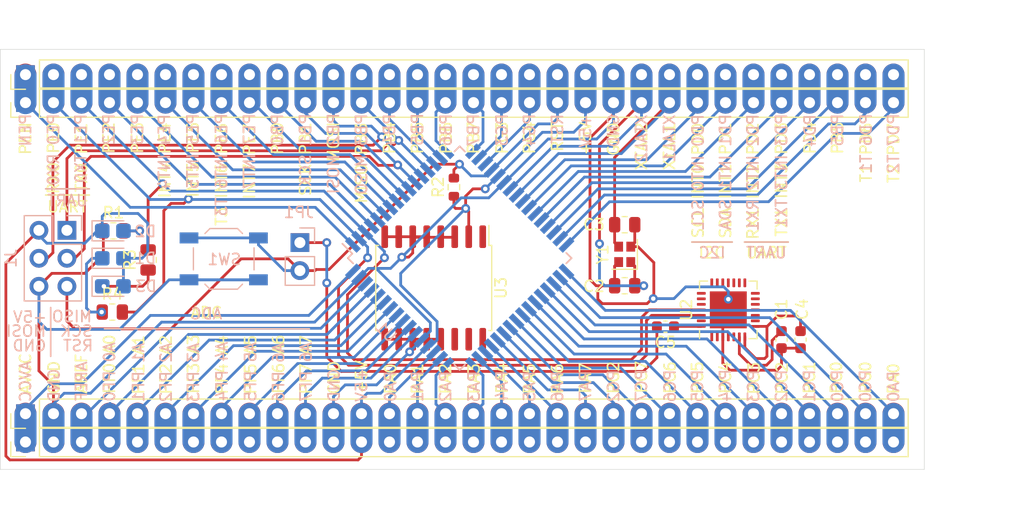
<source format=kicad_pcb>
(kicad_pcb (version 20221018) (generator pcbnew)
  (layers (0 "F.Cu" signal) (31 "B.Cu" signal) (34 "B.Paste" user) (35 "F.Paste" user) (36 "B.SilkS" user "B.Silkscreen") (37 "F.SilkS" user "F.Silkscreen") (38 "B.Mask" user) (39 "F.Mask" user) (44 "Edge.Cuts" user))
  (net 0 "")
  (net 1 "Net-(U2-Pad16)")
  (net 2 "Net-(U2-Pad15)")
  (net 3 "Net-(U2-Pad14)")
  (net 4 "Net-(U2-Pad13)")
  (net 5 "Net-(U2-Pad12)")
  (net 6 "Net-(U2-Pad11)")
  (net 7 "Net-(U2-Pad10)")
  (net 8 "Net-(U2-Pad9)")
  (net 9 "Net-(U2-Pad5)")
  (net 10 "Net-(U2-Pad4)")
  (net 11 "Net-(U2-Pad2)")
  (net 12 "Net-(U2-Pad1)")
  (net 13 "Net-(D1-Pad1)")
  (net 14 "Net-(D2-Pad2)")
  (net 15 "Net-(D3-Pad1)")
  (net 16 "/PA3")
  (net 17 "/PA2")
  (net 18 "/PA4")
  (net 19 "/PA0")
  (net 20 "/PA1")
  (net 21 "/PA5")
  (net 22 "/PA6")
  (net 23 "/PA7")
  (net 24 "/PB0")
  (net 25 "/PF0")
  (net 26 "/PF1")
  (net 27 "/PF2")
  (net 28 "/PF3")
  (net 29 "/PF4")
  (net 30 "/PF5")
  (net 31 "/PF6")
  (net 32 "/PF7")
  (net 33 "/PD7")
  (net 34 "/PD6")
  (net 35 "/PD5")
  (net 36 "/PD4")
  (net 37 "/PD3")
  (net 38 "/PD2")
  (net 39 "/PD1")
  (net 40 "/PD0")
  (net 41 "/PE7")
  (net 42 "/PE6")
  (net 43 "/PE5")
  (net 44 "/PE4")
  (net 45 "/PE3")
  (net 46 "/PE2")
  (net 47 "/PE1")
  (net 48 "/PE0")
  (net 49 "/AREF")
  (net 50 "/XTAL1")
  (net 51 "/XTAL2")
  (net 52 "/AVCC")
  (net 53 "/PG4")
  (net 54 "/PG3")
  (net 55 "/PB7")
  (net 56 "/PB6")
  (net 57 "/PB5")
  (net 58 "/PB4")
  (net 59 "/PEN")
  (net 60 "/PG2")
  (net 61 "/PС7")
  (net 62 "/PС6")
  (net 63 "/PС5")
  (net 64 "/PС4")
  (net 65 "/PС3")
  (net 66 "/PС0")
  (net 67 "/PС1")
  (net 68 "/PС2")
  (net 69 "/PG0")
  (net 70 "/PG1")
  (net 71 "Net-(U2-Pad27)")
  (net 72 "Net-(U2-Pad24)")
  (net 73 "Net-(U2-Pad23)")
  (net 74 "Net-(U2-Pad22)")
  (net 75 "Net-(U2-Pad21)")
  (net 76 "Net-(U2-Pad20)")
  (net 77 "Net-(U2-Pad19)")
  (net 78 "Net-(U2-Pad18)")
  (net 79 "Net-(U2-Pad17)")
  (net 80 "GND")
  (net 81 "RESET")
  (net 82 "MOSI")
  (net 83 "SCK")
  (net 84 "+5V")
  (net 85 "MISO")
  (net 86 "Net-(C1-Pad1)")
  (net 87 "Net-(C4-Pad2)")
  (net 88 "Net-(C5-Pad1)")
  (net 89 "Net-(C5-Pad2)")
  (net 90 "Net-(U3-Pad14)")
  (net 91 "Net-(U3-Pad4)")
  (net 92 "Net-(U3-Pad3)")
  (net 93 "Net-(U3-Pad1)")
  (net 94 "Net-(SW2-Pad2)")
  (net 95 "Net-(SW2-Pad1)")
  (footprint "Connector_PinHeader_2.54mm:PinHeader_1x32_P2.54mm_Vertical" (layer "F.Cu") (at 108.5088 117.6528 90)
    (fp_text reference "J2" hide)
    (fp_text value "Conn_01x32_Female")
  )
  (footprint "Connector_PinHeader_2.54mm:PinHeader_1x32_P2.54mm_Vertical" (layer "F.Cu") (at 108.5088 115.0856 90)
    (fp_text reference "J3" hide)
    (fp_text value "Conn_01x32_Male")
  )
  (footprint "Connector_PinHeader_2.54mm:PinHeader_1x32_P2.54mm_Vertical" (layer "F.Cu") (at 108.5088 86.868 90)
    (fp_text reference "J4" hide)
    (fp_text value "Conn_01x32_Female")
  )
  (footprint "Connector_PinHeader_2.54mm:PinHeader_1x32_P2.54mm_Vertical" (layer "F.Cu") (at 108.5088 84.328 90)
    (fp_text reference "J5" hide)
    (fp_text value "Conn_01x32_Male")
  )
  (footprint "Package_DFN_QFN:QFN-28-1EP_5x5mm_P0.5mm_EP3.35x3.35mm" (layer "F.Cu") (at 172.2628 105.6664 90)
    (fp_text reference "U2")
    (fp_text value "CP2102")
  )
  (footprint "Resistor_SMD:R_0805_2012Metric" (layer "F.Cu") (at 116.4844 98.5012)
    (fp_text reference "R1")
    (fp_text value "470")
  )
  (footprint "Resistor_SMD:R_0805_2012Metric" (layer "F.Cu") (at 162.8629 103.4796)
    (fp_text reference "C2")
    (fp_text value "22pF")
  )
  (footprint "Resistor_SMD:R_0805_2012Metric" (layer "F.Cu") (at 162.8648 97.9424 180)
    (fp_text reference "C3")
    (fp_text value "22pF")
  )
  (footprint "Crystal:Crystal_SMD_2016-4Pin_2.0x1.6mm" (layer "F.Cu") (at 162.8648 100.6348 90)
    (fp_text reference "Y1")
    (fp_text value "16Mhz")
  )
  (footprint "Capacitor_SMD:C_0603_1608Metric" (layer "F.Cu") (at 177.0888 108.3694 -90)
    (fp_text reference "C1")
    (fp_text value "0.1uF")
  )
  (footprint "Capacitor_SMD:C_0603_1608Metric" (layer "F.Cu") (at 178.816 108.3694 90)
    (fp_text reference "C4")
    (fp_text value "1uF")
  )
  (footprint "Capacitor_SMD:C_0603_1608Metric" (layer "F.Cu") (at 166.5602 107.188 180)
    (fp_text reference "C5")
    (fp_text value "0.1uF")
  )
  (footprint "Resistor_SMD:R_0603_1608Metric" (layer "F.Cu") (at 147.3708 94.5388 90)
    (fp_text reference "R2")
    (fp_text value "1K")
  )
  (footprint "Resistor_SMD:R_0805_2012Metric" (layer "F.Cu") (at 119.634 101.1409 90)
    (fp_text reference "R3")
    (fp_text value "470")
  )
  (footprint "Resistor_SMD:R_0805_2012Metric" (layer "F.Cu") (at 116.3847 105.8672)
    (fp_text reference "R4")
    (fp_text value "470")
  )
  (footprint "Package_SO:SOIC-16W_7.5x10.3mm_P1.27mm" (layer "F.Cu") (at 145.542 103.6828 -90)
    (fp_text reference "U3")
    (fp_text value "DS3231M")
  )
  (footprint "Package_QFP:TQFP-64_14x14mm_P0.8mm" (layer "B.Cu") (at 147.895918 100.974963 -45)
    (fp_text reference "U1")
    (fp_text value "ATmega128A-AU")
  )
  (footprint "Connector_PinHeader_2.54mm:PinHeader_2x03_P2.54mm_Vertical" (layer "B.Cu") (at 112.268 98.4504 180)
    (fp_text reference "J1")
    (fp_text value "AVR-ISP-6")
  )
  (footprint "LED_SMD:LED_0805_2012Metric_Castellated" (layer "B.Cu") (at 116.4336 100.9904)
    (fp_text reference "D1")
    (fp_text value "TX")
  )
  (footprint "LED_SMD:LED_0805_2012Metric_Castellated" (layer "B.Cu") (at 116.4336 98.5012)
    (fp_text reference "D2")
    (fp_text value "POWER")
  )
  (footprint "LED_SMD:LED_0805_2012Metric_Castellated" (layer "B.Cu") (at 116.4336 103.5304)
    (fp_text reference "D3")
    (fp_text value "RX")
  )
  (footprint "Button_Switch_SMD:SW_SPST_TL3342" (layer "B.Cu") (at 126.492 101.0412)
    (fp_text reference "SW1")
    (fp_text value "RESET")
  )
  (footprint "Connector_PinHeader_2.54mm:PinHeader_1x02_P2.54mm_Vertical" (layer "B.Cu") (at 133.4008 99.568 180)
    (fp_text reference "JP1")
    (fp_text value "Jumper")
  )
  (gr_line (start 110.3376 94.6912) (end 114.3 94.6912) (stroke (width 0.15)) (layer "B.SilkS"))
  (gr_line (start 173.736 99.5172) (end 177.6984 99.5172) (stroke (width 0.15)) (layer "B.SilkS"))
  (gr_line (start 168.9608 99.5172) (end 172.6184 99.5172) (stroke (width 0.15)) (layer "B.SilkS"))
  (gr_line (start 110.7948 105.4608) (end 110.7948 109.8804) (stroke (width 0.15)) (layer "B.SilkS"))
  (gr_line (start 134.2644 107.3912) (end 115.6716 107.3912) (stroke (width 0.12)) (layer "B.SilkS"))
  (gr_line (start 173.736 99.5172) (end 177.6984 99.5172) (stroke (width 0.15)) (layer "F.SilkS"))
  (gr_line (start 110.3376 95.25) (end 114.3 95.25) (stroke (width 0.15)) (layer "F.SilkS"))
  (gr_line (start 168.9608 99.5172) (end 172.6184 99.5172) (stroke (width 0.15)) (layer "F.SilkS"))
  (gr_line (start 115.6716 107.3912) (end 134.2644 107.3912) (stroke (width 0.12)) (layer "F.SilkS"))
  (gr_line (start 106.2228 120.142) (end 106.2228 82.042) (stroke (width 0.05)) (layer "Edge.Cuts"))
  (gr_line (start 190.0428 89.662) (end 190.0428 120.142) (stroke (width 0.05)) (layer "Edge.Cuts"))
  (gr_line (start 190.0428 120.142) (end 106.2228 120.142) (stroke (width 0.05)) (layer "Edge.Cuts"))
  (gr_line (start 190.0428 82.042) (end 190.0428 89.662) (stroke (width 0.05)) (layer "Edge.Cuts"))
  (gr_line (start 106.2228 82.042) (end 190.0428 82.042) (stroke (width 0.05)) (layer "Edge.Cuts"))
  (gr_text "AVCC" (at 108.5088 112.1664 90) (layer "B.SilkS") (effects (font (size 1 1)) (justify mirror)))
  (gr_text "AREF" (at 113.5888 112.1664 90) (layer "B.SilkS") (effects (font (size 1 1)) (justify mirror)))
  (gr_text "A0 PF0" (at 116.1288 111.3028 90) (layer "B.SilkS") (effects (font (size 1 1)) (justify mirror)))
  (gr_text "A1 PF1" (at 118.7704 111.3536 90) (layer "B.SilkS") (effects (font (size 1 1)) (justify mirror)))
  (gr_text "A2 PF2" (at 121.2596 111.3536 90) (layer "B.SilkS") (effects (font (size 1 1)) (justify mirror)))
  (gr_text "A3 PF3" (at 123.7488 111.3536 90) (layer "B.SilkS") (effects (font (size 1 1)) (justify mirror)))
  (gr_text "A4 PF4" (at 126.3396 111.252 90) (layer "B.SilkS") (effects (font (size 1 1)) (justify mirror)))
  (gr_text "A5 PF5" (at 128.9304 111.3028 90) (layer "B.SilkS") (effects (font (size 1 1)) (justify mirror)))
  (gr_text "A6 PF6" (at 131.4704 111.3536 90) (layer "B.SilkS") (effects (font (size 1 1)) (justify mirror)))
  (gr_text "A6 PF7" (at 133.9596 111.3028 90) (layer "B.SilkS") (effects (font (size 1 1)) (justify mirror)))
  (gr_text "GND" (at 136.4996 112.522 90) (layer "B.SilkS") (effects (font (size 1 1)) (justify mirror)))
  (gr_text "+5V" (at 138.9888 112.4712 90) (layer "B.SilkS") (effects (font (size 1 1)) (justify mirror)))
  (gr_text "PA0" (at 141.6304 112.6236 90) (layer "B.SilkS") (effects (font (size 1 1)) (justify mirror)))
  (gr_text "PA1" (at 144.0688 112.6236 90) (layer "B.SilkS") (effects (font (size 1 1)) (justify mirror)))
  (gr_text "PA2" (at 146.6088 112.6236 90) (layer "B.SilkS") (effects (font (size 1 1)) (justify mirror)))
  (gr_text "PA3" (at 149.1996 112.6236 90) (layer "B.SilkS") (effects (font (size 1 1)) (justify mirror)))
  (gr_text "PA4" (at 151.7396 112.5728 90) (layer "B.SilkS") (effects (font (size 1 1)) (justify mirror)))
  (gr_text "PA5" (at 154.2288 112.6236 90) (layer "B.SilkS") (effects (font (size 1 1)) (justify mirror)))
  (gr_text "PA6" (at 156.7688 112.6236 90) (layer "B.SilkS") (effects (font (size 1 1)) (justify mirror)))
  (gr_text "PA7" (at 159.3088 112.5728 90) (layer "B.SilkS") (effects (font (size 1 1)) (justify mirror)))
  (gr_text "PG2" (at 161.8488 112.5728 90) (layer "B.SilkS") (effects (font (size 1 1)) (justify mirror)))
  (gr_text "PC7" (at 164.3888 112.522 90) (layer "B.SilkS") (effects (font (size 1 1)) (justify mirror)))
  (gr_text "PC6" (at 166.9796 112.5728 90) (layer "B.SilkS") (effects (font (size 1 1)) (justify mirror)))
  (gr_text "PC5" (at 169.4688 112.5728 90) (layer "B.SilkS") (effects (font (size 1 1)) (justify mirror)))
  (gr_text "PC4" (at 172.0088 112.522 90) (layer "B.SilkS") (effects (font (size 1 1)) (justify mirror)))
  (gr_text "PC3" (at 174.5488 112.5728 90) (layer "B.SilkS") (effects (font (size 1 1)) (justify mirror)))
  (gr_text "PC2" (at 177.0888 112.5728 90) (layer "B.SilkS") (effects (font (size 1 1)) (justify mirror)))
  (gr_text "PC1" (at 179.6288 112.5728 90) (layer "B.SilkS") (effects (font (size 1 1)) (justify mirror)))
  (gr_text "PC0" (at 182.1688 112.5728 90) (layer "B.SilkS") (effects (font (size 1 1)) (justify mirror)))
  (gr_text "PG0" (at 184.7088 112.5728 90) (layer "B.SilkS") (effects (font (size 1 1)) (justify mirror)))
  (gr_text "PA0" (at 187.2488 112.6236 90) (layer "B.SilkS") (effects (font (size 1 1)) (justify mirror)))
  (gr_text "PEN" (at 108.5088 89.3572 90) (layer "B.SilkS") (effects (font (size 1 1)) (justify mirror)))
  (gr_text "PE0 RX0" (at 111.0488 91.1352 90) (layer "B.SilkS") (effects (font (size 1 1)) (justify mirror)))
  (gr_text "PE1 TX0" (at 113.538 91.0336 90) (layer "B.SilkS") (effects (font (size 1 1)) (justify mirror)))
  (gr_text "PE2" (at 116.078 89.3064 90) (layer "B.SilkS") (effects (font (size 1 1)) (justify mirror)))
  (gr_text "PE3" (at 118.6688 89.3064 90) (layer "B.SilkS") (effects (font (size 1 1)) (justify mirror)))
  (gr_text "PE4 INT4" (at 121.1072 91.3384 90) (layer "B.SilkS") (effects (font (size 1 1)) (justify mirror)))
  (gr_text "PE5 INT5" (at 123.698 91.2876 90) (layer "B.SilkS") (effects (font (size 1 1)) (justify mirror)))
  (gr_text "PE6 INT6 T3" (at 126.2888 92.5068 90) (layer "B.SilkS") (effects (font (size 1 1)) (justify mirror)))
  (gr_text "PE7 INT7" (at 128.8288 91.2876 90) (layer "B.SilkS") (effects (font (size 1 1)) (justify mirror)))
  (gr_text "PB0" (at 131.3688 89.3572 90) (layer "B.SilkS") (effects (font (size 1 1)) (justify mirror)))
  (gr_text "PB1 SCK" (at 133.9088 91.186 90) (layer "B.SilkS") (effects (font (size 1 1)) (justify mirror)))
  (gr_text "PB2 MOSI" (at 136.4488 91.4908 90) (layer "B.SilkS") (effects (font (size 1 1)) (justify mirror)))
  (gr_text "PB3 MISO" (at 138.9888 91.5416 90) (layer "B.SilkS") (effects (font (size 1 1)) (justify mirror)))
  (gr_text "PB4" (at 141.5288 89.3572 90) (layer "B.SilkS") (effects (font (size 1 1)) (justify mirror)))
  (gr_text "PB5" (at 144.0688 89.3064 90) (layer "B.SilkS") (effects (font (size 1 1)) (justify mirror)))
  (gr_text "PB6" (at 146.6596 89.3572 90) (layer "B.SilkS") (effects (font (size 1 1)) (justify mirror)))
  (gr_text "PB7" (at 149.1488 89.3572 90) (layer "B.SilkS") (effects (font (size 1 1)) (justify mirror)))
  (gr_text "PG3" (at 151.7396 89.3572 90) (layer "B.SilkS") (effects (font (size 1 1)) (justify mirror)))
  (gr_text "PG4" (at 154.2288 89.3572 90) (layer "B.SilkS") (effects (font (size 1 1)) (justify mirror)))
  (gr_text "RST" (at 156.7688 89.2556 90) (layer "B.SilkS") (effects (font (size 1 1)) (justify mirror)))
  (gr_text "+5V" (at 159.3088 89.408 90) (layer "B.SilkS") (effects (font (size 1 1)) (justify mirror)))
  (gr_text "GND" (at 161.8488 89.408 90) (layer "B.SilkS") (effects (font (size 1 1)) (justify mirror)))
  (gr_text "XTAL2" (at 164.3888 90.1192 90) (layer "B.SilkS") (effects (font (size 1 1)) (justify mirror)))
  (gr_text "XTAL1" (at 166.9288 90.1192 90) (layer "B.SilkS") (effects (font (size 1 1)) (justify mirror)))
  (gr_text "PD0 INT0 SCL" (at 169.5196 93.1672 90) (layer "B.SilkS") (effects (font (size 1 1)) (justify mirror)))
  (gr_text "PD1 INT1 SDA" (at 172.0088 93.1672 90) (layer "B.SilkS") (effects (font (size 1 1)) (justify mirror)))
  (gr_text "PD2 INT2 RX1" (at 174.498 93.218 90) (layer "B.SilkS") (effects (font (size 1 1)) (justify mirror)))
  (gr_text "PD3 INT3 TX1" (at 177.0888 93.0656 90) (layer "B.SilkS") (effects (font (size 1 1)) (justify mirror)))
  (gr_text "PD4" (at 179.6796 89.408 90) (layer "B.SilkS") (effects (font (size 1 1)) (justify mirror)))
  (gr_text "PB5" (at 182.1688 89.3572 90) (layer "B.SilkS") (effects (font (size 1 1)) (justify mirror)))
  (gr_text "PD6 T1" (at 184.7596 90.5764 90) (layer "B.SilkS") (effects (font (size 1 1)) (justify mirror)))
  (gr_text "PD7 T2" (at 187.2488 90.5764 90) (layer "B.SilkS") (effects (font (size 1 1)) (justify mirror)))
  (gr_text "UART" (at 112.3188 95.758) (layer "B.SilkS") (effects (font (size 1 1)) (justify mirror)))
  (gr_text "UART" (at 175.7172 100.4824) (layer "B.SilkS") (effects (font (size 1 1)) (justify mirror)))
  (gr_text "MISO" (at 112.7252 106.2736) (layer "B.SilkS") (effects (font (size 1 1)) (justify mirror)))
  (gr_text "SCK" (at 113.1316 107.5944) (layer "B.SilkS") (effects (font (size 1 1)) (justify mirror)))
  (gr_text "GND" (at 111.0996 112.522 90) (layer "B.SilkS") (effects (font (size 1 1)) (justify mirror)))
  (gr_text "GND" (at 108.8644 108.9152) (layer "B.SilkS") (effects (font (size 1 1)) (justify mirror)))
  (gr_text "ADC" (at 124.9172 106.0196) (layer "B.SilkS") (effects (font (size 1 1)) (justify mirror)))
  (gr_text "I2C" (at 170.7896 100.4824) (layer "B.SilkS") (effects (font (size 1 1)) (justify mirror)))
  (gr_text "+5V" (at 108.9152 106.3244) (layer "B.SilkS") (effects (font (size 1 1)) (justify mirror)))
  (gr_text "MOSI" (at 108.5596 107.5944) (layer "B.SilkS") (effects (font (size 1 1)) (justify mirror)))
  (gr_text "RST" (at 113.284 108.9152) (layer "B.SilkS") (effects (font (size 1 1)) (justify mirror)))
  (gr_text "T3 INT6 PE6" (at 126.2888 93.3704 90) (layer "F.SilkS") (effects (font (size 1 1))))
  (gr_text "RX0 PE0" (at 111.0488 91.8972 90) (layer "F.SilkS") (effects (font (size 1 1))))
  (gr_text "GND" (at 161.8488 90.17 90) (layer "F.SilkS") (effects (font (size 1 1))))
  (gr_text "RX1 INT2 PD2" (at 174.498 93.98 90) (layer "F.SilkS") (effects (font (size 1 1))))
  (gr_text "PB5" (at 182.1688 90.0684 90) (layer "F.SilkS") (effects (font (size 1 1))))
  (gr_text "PB4" (at 141.5288 90.0684 90) (layer "F.SilkS") (effects (font (size 1 1))))
  (gr_text "XTAL2" (at 164.3888 90.8304 90) (layer "F.SilkS") (effects (font (size 1 1))))
  (gr_text "+5V" (at 159.3088 90.1192 90) (layer "F.SilkS") (effects (font (size 1 1))))
  (gr_text "T2 PD7" (at 187.2488 91.44 90) (layer "F.SilkS") (effects (font (size 1 1))))
  (gr_text "PD4" (at 179.6796 90.0684 90) (layer "F.SilkS") (effects (font (size 1 1))))
  (gr_text "SDA INT1 PD1" (at 172.0088 93.9292 90) (layer "F.SilkS") (effects (font (size 1 1))))
  (gr_text "RST" (at 156.7688 89.9668 90) (layer "F.SilkS") (effects (font (size 1 1))))
  (gr_text "PB5" (at 144.0688 90.0684 90) (layer "F.SilkS") (effects (font (size 1 1))))
  (gr_text "PB6" (at 146.6596 90.0684 90) (layer "F.SilkS") (effects (font (size 1 1))))
  (gr_text "XTAL1" (at 166.9288 90.8304 90) (layer "F.SilkS") (effects (font (size 1 1))))
  (gr_text "PG4" (at 154.2288 90.0684 90) (layer "F.SilkS") (effects (font (size 1 1))))
  (gr_text "T1 PD6" (at 184.7596 91.3892 90) (layer "F.SilkS") (effects (font (size 1 1))))
  (gr_text "PE3" (at 118.6688 90.0684 90) (layer "F.SilkS") (effects (font (size 1 1))))
  (gr_text "TX1 INT3 PD3" (at 177.0888 93.8276 90) (layer "F.SilkS") (effects (font (size 1 1))))
  (gr_text "SCK PB1" (at 133.9088 91.9988 90) (layer "F.SilkS") (effects (font (size 1 1))))
  (gr_text "INT4 PE4" (at 121.158 92.1004 90) (layer "F.SilkS") (effects (font (size 1 1))))
  (gr_text "PB0" (at 131.3688 90.1192 90) (layer "F.SilkS") (effects (font (size 1 1))))
  (gr_text "MISO PB3" (at 138.9888 92.3544 90) (layer "F.SilkS") (effects (font (size 1 1))))
  (gr_text "INT5 PE5" (at 123.698 92.0496 90) (layer "F.SilkS") (effects (font (size 1 1))))
  (gr_text "PEN" (at 108.5088 90.1192 90) (layer "F.SilkS") (effects (font (size 1 1))))
  (gr_text "PG3" (at 151.7396 90.0684 90) (layer "F.SilkS") (effects (font (size 1 1))))
  (gr_text "MOSI" (at 136.4488 90.424 90) (layer "F.SilkS") (effects (font (size 1 1))))
  (gr_text "TX0 PE1" (at 113.5888 91.8464 90) (layer "F.SilkS") (effects (font (size 1 1))))
  (gr_text "SCL INT0 PD0" (at 169.5196 93.9292 90) (layer "F.SilkS") (effects (font (size 1 1))))
  (gr_text "INT7 PE7" (at 128.8288 92.202 90) (layer "F.SilkS") (effects (font (size 1 1))))
  (gr_text "PE2" (at 116.078 90.0684 90) (layer "F.SilkS") (effects (font (size 1 1))))
  (gr_text "PB7" (at 149.1488 90.0684 90) (layer "F.SilkS") (effects (font (size 1 1))))
  (gr_text "PC7" (at 164.3888 111.76 90) (layer "F.SilkS") (effects (font (size 1 1))))
  (gr_text "PA4" (at 151.7396 111.8616 90) (layer "F.SilkS") (effects (font (size 1 1))))
  (gr_text "PF4 A4" (at 126.3396 110.6424 90) (layer "F.SilkS") (effects (font (size 1 1))))
  (gr_text "PG2" (at 161.8488 111.8108 90) (layer "F.SilkS") (effects (font (size 1 1))))
  (gr_text "PA6" (at 156.7688 111.9124 90) (layer "F.SilkS") (effects (font (size 1 1))))
  (gr_text "PF6 A6" (at 131.4704 110.5916 90) (layer "F.SilkS") (effects (font (size 1 1))))
  (gr_text "PA1" (at 144.0688 111.9124 90) (layer "F.SilkS") (effects (font (size 1 1))))
  (gr_text "GND" (at 111.0996 111.8108 90) (layer "F.SilkS") (effects (font (size 1 1))))
  (gr_text "PF3 A3" (at 123.7488 110.5916 90) (layer "F.SilkS") (effects (font (size 1 1))))
  (gr_text "PA0" (at 187.2488 111.9124 90) (layer "F.SilkS") (effects (font (size 1 1))))
  (gr_text "GND" (at 136.4996 111.8108 90) (layer "F.SilkS") (effects (font (size 1 1))))
  (gr_text "PF5 A5" (at 128.9304 110.6424 90) (layer "F.SilkS") (effects (font (size 1 1))))
  (gr_text "PF7 A7" (at 133.9596 110.6424 90) (layer "F.SilkS") (effects (font (size 1 1))))
  (gr_text "PC1" (at 179.6288 111.8108 90) (layer "F.SilkS") (effects (font (size 1 1))))
  (gr_text "AREF" (at 113.5888 111.4552 90) (layer "F.SilkS") (effects (font (size 1 1))))
  (gr_text "PA2" (at 146.6088 111.9124 90) (layer "F.SilkS") (effects (font (size 1 1))))
  (gr_text "PC5" (at 169.4688 111.8108 90) (layer "F.SilkS") (effects (font (size 1 1))))
  (gr_text "PA7" (at 159.3088 111.8616 90) (layer "F.SilkS") (effects (font (size 1 1))))
  (gr_text "+5V" (at 138.9888 111.76 90) (layer "F.SilkS") (effects (font (size 1 1))))
  (gr_text "PC2" (at 177.1396 111.8616 90) (layer "F.SilkS") (effects (font (size 1 1))))
  (gr_text "PF0 A0" (at 116.1288 110.5916 90) (layer "F.SilkS") (effects (font (size 1 1))))
  (gr_text "PF1 A1" (at 118.7704 110.6424 90) (layer "F.SilkS") (effects (font (size 1 1))))
  (gr_text "PG0" (at 184.7088 111.8108 90) (layer "F.SilkS") (effects (font (size 1 1))))
  (gr_text "AVCC" (at 108.5088 111.4552 90) (layer "F.SilkS") (effects (font (size 1 1))))
  (gr_text "PC6" (at 166.9796 111.8108 90) (layer "F.SilkS") (effects (font (size 1 1))))
  (gr_text "PA3" (at 149.1996 111.9124 90) (layer "F.SilkS") (effects (font (size 1 1))))
  (gr_text "PC0" (at 182.0672 111.8108 90) (layer "F.SilkS") (effects (font (size 1 1))))
  (gr_text "PA5" (at 154.2288 111.9124 90) (layer "F.SilkS") (effects (font (size 1 1))))
  (gr_text "PA0" (at 141.6304 111.9124 90) (layer "F.SilkS") (effects (font (size 1 1))))
  (gr_text "PF2 A2" (at 121.2596 110.6424 90) (layer "F.SilkS") (effects (font (size 1 1))))
  (gr_text "PC4" (at 172.0088 111.8108 90) (layer "F.SilkS") (effects (font (size 1 1))))
  (gr_text "PC3" (at 174.5996 111.8616 90) (layer "F.SilkS") (effects (font (size 1 1))))
  (gr_text "UART\n" (at 175.7172 100.4824) (layer "F.SilkS") (effects (font (size 1 1))))
  (gr_text "I2C" (at 170.7896 100.4824) (layer "F.SilkS") (effects (font (size 1 1))))
  (gr_text "ADC" (at 124.9172 105.918) (layer "F.SilkS") (effects (font (size 1 1))))
  (gr_text "UART\n" (at 112.3188 96.3168) (layer "F.SilkS") (effects (font (size 1 1))))
  (via (at 115.4176 105.8672) (size 0.8) (drill 0.4) (layers "F.Cu" "B.Cu") (net 13))
  (segment (start 115.4176 105.8672) (end 115.4176 105.8672) (width 0.25) (layer "B.Cu") (net 13))
  (segment (start 114.554 100.9904) (end 114.046 101.4984) (width 0.25) (layer "B.Cu") (net 13))
  (segment (start 114.046 105.5116) (end 114.4016 105.8672) (width 0.25) (layer "B.Cu") (net 13))
  (segment (start 115.4711 100.9904) (end 114.554 100.9904) (width 0.25) (layer "B.Cu") (net 13))
  (segment (start 114.4016 105.8672) (end 115.4176 105.8672) (width 0.25) (layer "B.Cu") (net 13))
  (segment (start 114.046 101.4984) (end 114.046 105.5116) (width 0.25) (layer "B.Cu") (net 13))
  (segment (start 117.3969 98.5012) (end 118.872 98.5012) (width 0.25) (layer "F.Cu") (net 14))
  (via (at 118.872 98.5012) (size 0.8) (drill 0.4) (layers "F.Cu" "B.Cu") (net 14))
  (segment (start 118.872 98.5012) (end 118.872 98.5012) (width 0.25) (layer "B.Cu") (net 14))
  (segment (start 117.3961 98.5012) (end 118.872 98.5012) (width 0.25) (layer "B.Cu") (net 14))
  (segment (start 115.6208 103.5304) (end 115.6208 103.5304) (width 0.25) (layer "F.Cu") (net 15))
  (segment (start 119.126 103.5304) (end 115.6208 103.5304) (width 0.25) (layer "F.Cu") (net 15))
  (segment (start 119.634 103.0224) (end 119.126 103.5304) (width 0.25) (layer "F.Cu") (net 15))
  (segment (start 119.634 102.0534) (end 119.634 103.0224) (width 0.25) (layer "F.Cu") (net 15))
  (via (at 115.6208 103.5304) (size 0.8) (drill 0.4) (layers "F.Cu" "B.Cu") (net 15))
  (segment (start 149.1488 117.6528) (end 149.1488 115.0856) (width 2) (layer "F.Cu") (net 16))
  (segment (start 149.063764 110.6424) (end 149.063764 110.658964) (width 0.25) (layer "B.Cu") (net 16))
  (segment (start 150.0124 111.6076) (end 150.0124 114.1984) (width 0.25) (layer "B.Cu") (net 16))
  (segment (start 149.063764 110.658964) (end 150.0124 111.6076) (width 0.25) (layer "B.Cu") (net 16))
  (segment (start 150.0124 114.1984) (end 149.1488 115.062) (width 0.25) (layer "B.Cu") (net 16))
  (segment (start 149.1488 117.6528) (end 149.1488 115.1128) (width 2) (layer "B.Cu") (net 16))
  (segment (start 146.6088 117.6528) (end 146.6088 115.0856) (width 2) (layer "F.Cu") (net 17))
  (segment (start 146.690474 110.662326) (end 145.7452 111.6076) (width 0.25) (layer "B.Cu") (net 17))
  (segment (start 146.693836 110.662326) (end 146.690474 110.662326) (width 0.25) (layer "B.Cu") (net 17))
  (segment (start 146.6088 115.1128) (end 146.6088 117.6528) (width 2) (layer "B.Cu") (net 17))
  (segment (start 145.7452 111.6076) (end 145.7452 114.222) (width 0.25) (layer "B.Cu") (net 17))
  (segment (start 145.7452 114.222) (end 146.6088 115.0856) (width 0.25) (layer "B.Cu") (net 17))
  (segment (start 151.6888 115.0856) (end 151.6888 117.6528) (width 2) (layer "F.Cu") (net 18))
  (segment (start 151.6888 112.136065) (end 151.6888 115.062) (width 0.25) (layer "B.Cu") (net 18))
  (segment (start 149.629449 110.076714) (end 151.6888 112.136065) (width 0.25) (layer "B.Cu") (net 18))
  (segment (start 151.6888 115.1128) (end 151.6888 117.6528) (width 2) (layer "B.Cu") (net 18))
  (segment (start 141.5288 117.6528) (end 141.5288 115.0856) (width 2) (layer "F.Cu") (net 19))
  (segment (start 141.5288 115.1128) (end 141.5288 117.6528) (width 2) (layer "B.Cu") (net 19))
  (segment (start 145.562466 109.555134) (end 141.5288 113.5888) (width 0.25) (layer "B.Cu") (net 19))
  (segment (start 145.562466 109.530955) (end 145.562466 109.555134) (width 0.25) (layer "B.Cu") (net 19))
  (segment (start 141.5288 113.5888) (end 141.5288 115.0856) (width 0.25) (layer "B.Cu") (net 19))
  (segment (start 144.0688 117.6528) (end 144.0688 115.0856) (width 2) (layer "F.Cu") (net 20))
  (segment (start 146.128151 110.09664) (end 146.128151 110.107049) (width 0.25) (layer "B.Cu") (net 20))
  (segment (start 144.0688 117.6528) (end 144.0688 115.1128) (width 2) (layer "B.Cu") (net 20))
  (segment (start 146.128151 110.107049) (end 144.0688 112.1664) (width 0.25) (layer "B.Cu") (net 20))
  (segment (start 144.0688 112.1664) (end 144.0688 115.0856) (width 0.25) (layer "B.Cu") (net 20))
  (segment (start 154.2288 117.6528) (end 154.2288 115.0856) (width 2) (layer "F.Cu") (net 21))
  (segment (start 150.195134 109.511029) (end 154.2288 113.544695) (width 0.25) (layer "B.Cu") (net 21))
  (segment (start 154.2288 113.544695) (end 154.2288 115.062) (width 0.25) (layer "B.Cu") (net 21))
  (segment (start 154.2288 117.6528) (end 154.2288 115.1128) (width 2) (layer "B.Cu") (net 21))
  (segment (start 156.7688 117.6528) (end 156.7688 115.0856) (width 2) (layer "F.Cu") (net 22))
  (segment (start 156.7688 115.0112) (end 150.76082 109.00322) (width 0.25) (layer "B.Cu") (net 22))
  (segment (start 150.76082 109.00322) (end 150.76082 108.945344) (width 0.25) (layer "B.Cu") (net 22))
  (segment (start 156.7688 115.062) (end 156.7688 115.0112) (width 0.25) (layer "B.Cu") (net 22))
  (segment (start 156.7688 115.1128) (end 156.7688 117.6528) (width 2) (layer "B.Cu") (net 22))
  (segment (start 156.64 115.0856) (end 156.7688 115.0856) (width 0.25) (layer "B.Cu") (net 22))
  (segment (start 159.3088 115.0856) (end 159.3088 117.6528) (width 2) (layer "F.Cu") (net 23))
  (segment (start 159.3088 113.4364) (end 158.8008 112.9284) (width 0.25) (layer "B.Cu") (net 23))
  (segment (start 159.3088 115.062) (end 159.3088 113.4364) (width 0.25) (layer "B.Cu") (net 23))
  (segment (start 158.8008 112.9284) (end 155.875247 112.9284) (width 0.25) (layer "B.Cu") (net 23))
  (segment (start 155.875247 112.9284) (end 151.326505 108.379658) (width 0.25) (layer "B.Cu") (net 23))
  (segment (start 159.3088 117.6528) (end 159.3088 115.1128) (width 2) (layer "B.Cu") (net 23))
  (segment (start 159.3088 115.0856) (end 159.0784 115.0856) (width 0.25) (layer "B.Cu") (net 23))
  (segment (start 151.360741 108.399584) (end 151.892 108.930843) (width 0.25) (layer "B.Cu") (net 23))
  (segment (start 151.892 108.930843) (end 151.907643 108.930843) (width 0.25) (layer "B.Cu") (net 23))
  (segment (start 131.3688 86.868) (end 131.3688 84.328) (width 2) (layer "F.Cu") (net 24))
  (segment (start 131.3688 84.328) (end 131.3688 86.868) (width 2) (layer "B.Cu") (net 24))
  (segment (start 143.297313 94.681713) (end 143.299724 94.681713) (width 0.25) (layer "B.Cu") (net 24))
  (segment (start 138.9888 90.3732) (end 143.297313 94.681713) (width 0.25) (layer "B.Cu") (net 24))
  (segment (start 131.3688 86.868) (end 134.874 90.3732) (width 0.25) (layer "B.Cu") (net 24))
  (segment (start 134.874 90.3732) (end 138.9888 90.3732) (width 0.25) (layer "B.Cu") (net 24))
  (segment (start 116.1288 117.6528) (end 116.1288 115.0856) (width 2) (layer "F.Cu") (net 25))
  (segment (start 116.1288 115.062) (end 123.2916 107.8992) (width 0.25) (layer "B.Cu") (net 25))
  (segment (start 123.2916 107.8992) (end 135.8646 107.8992) (width 0.25) (layer "B.Cu") (net 25))
  (segment (start 135.8646 107.8992) (end 139.889699 103.874101) (width 0.25) (layer "B.Cu") (net 25))
  (segment (start 116.1288 114.1984) (end 116.1796 114.1476) (width 0.25) (layer "B.Cu") (net 25))
  (segment (start 116.1288 115.0856) (end 116.1288 115.062) (width 0.25) (layer "B.Cu") (net 25))
  (segment (start 116.1288 114.1984) (end 116.1288 115.0856) (width 0.25) (layer "B.Cu") (net 25))
  (segment (start 139.889699 103.874101) (end 139.905611 103.874101) (width 0.25) (layer "B.Cu") (net 25))
  (segment (start 116.1288 115.1128) (end 116.1288 117.6528) (width 2) (layer "B.Cu") (net 25))
  (segment (start 118.6688 115.0856) (end 118.6688 117.6528) (width 2) (layer "F.Cu") (net 26))
  (segment (start 140.471297 104.486303) (end 136.5504 108.4072) (width 0.25) (layer "B.Cu") (net 26))
  (segment (start 125.1712 108.4072) (end 118.6688 114.9096) (width 0.25) (layer "B.Cu") (net 26))
  (segment (start 140.471297 104.439786) (end 140.471297 104.486303) (width 0.25) (layer "B.Cu") (net 26))
  (segment (start 136.5504 108.4072) (end 125.1712 108.4072) (width 0.25) (layer "B.Cu") (net 26))
  (segment (start 118.6688 114.9096) (end 118.6688 115.0856) (width 0.25) (layer "B.Cu") (net 26))
  (segment (start 118.6688 115.1128) (end 118.6688 117.6528) (width 2) (layer "B.Cu") (net 26))
  (segment (start 121.2088 117.6528) (end 121.2088 115.0856) (width 2) (layer "F.Cu") (net 27))
  (segment (start 137.1092 108.9152) (end 141.018928 105.005472) (width 0.25) (layer "B.Cu") (net 27))
  (segment (start 121.2088 115.0856) (end 127.3792 108.9152) (width 0.25) (layer "B.Cu") (net 27))
  (segment (start 127.3792 108.9152) (end 137.1092 108.9152) (width 0.25) (layer "B.Cu") (net 27))
  (segment (start 141.018928 105.005472) (end 141.036982 105.005472) (width 0.25) (layer "B.Cu") (net 27))
  (segment (start 121.158 115.0348) (end 121.2088 115.0856) (width 0.25) (layer "B.Cu") (net 27))
  (segment (start 121.2088 117.6528) (end 121.2088 115.1128) (width 2) (layer "B.Cu") (net 27))
  (segment (start 123.7488 117.6528) (end 123.7488 115.0856) (width 2) (layer "F.Cu") (net 28))
  (segment (start 129.4112 109.4232) (end 137.750625 109.4232) (width 0.25) (layer "B.Cu") (net 28))
  (segment (start 123.7488 115.0856) (end 129.4112 109.4232) (width 0.25) (layer "B.Cu") (net 28))
  (segment (start 137.750625 109.4232) (end 141.602668 105.571157) (width 0.25) (layer "B.Cu") (net 28))
  (segment (start 123.7488 115.1128) (end 123.7488 117.6528) (width 2) (layer "B.Cu") (net 28))
  (segment (start 126.2888 115.0856) (end 126.2888 117.54699) (width 2) (layer "F.Cu") (net 29))
  (segment (start 126.2888 117.54699) (end 126.2888 117.6528) (width 2) (layer "F.Cu") (net 29))
  (segment (start 126.2888 115.1128) (end 126.2888 117.6528) (width 2) (layer "B.Cu") (net 29))
  (segment (start 126.2888 114.554) (end 130.8608 109.982) (width 0.25) (layer "B.Cu") (net 29))
  (segment (start 138.323196 109.982) (end 141.245567 107.059629) (width 0.25) (layer "B.Cu") (net 29))
  (segment (start 130.8608 109.982) (end 138.323196 109.982) (width 0.25) (layer "B.Cu") (net 29))
  (segment (start 141.245567 107.059629) (end 142.168353 106.136843) (width 0.25) (layer "B.Cu") (net 29))
  (segment (start 126.2888 115.0856) (end 126.2888 114.554) (width 0.25) (layer "B.Cu") (net 29))
  (segment (start 128.8288 117.6528) (end 128.8288 115.0856) (width 2) (layer "F.Cu") (net 30))
  (segment (start 128.8288 114.9096) (end 128.8288 115.0856) (width 0.25) (layer "B.Cu") (net 30))
  (segment (start 128.8288 115.1128) (end 128.8288 117.6528) (width 2) (layer "B.Cu") (net 30))
  (segment (start 142.734038 106.702528) (end 138.895766 110.5408) (width 0.25) (layer "B.Cu") (net 30))
  (segment (start 138.895766 110.5408) (end 133.1976 110.5408) (width 0.25) (layer "B.Cu") (net 30))
  (segment (start 133.1976 110.5408) (end 128.8288 114.9096) (width 0.25) (layer "B.Cu") (net 30))
  (segment (start 131.3688 115.0856) (end 131.3688 117.6528) (width 2) (layer "F.Cu") (net 31))
  (segment (start 131.3688 115.0856) (end 131.3688 113.8428) (width 0.25) (layer "B.Cu") (net 31))
  (segment (start 131.3688 113.8428) (end 134.0104 111.2012) (width 0.25) (layer "B.Cu") (net 31))
  (segment (start 139.381795 111.2012) (end 143.299724 107.283271) (width 0.25) (layer "B.Cu") (net 31))
  (segment (start 134.0104 111.2012) (end 139.381795 111.2012) (width 0.25) (layer "B.Cu") (net 31))
  (segment (start 131.3688 115.1128) (end 131.3688 117.6528) (width 2) (layer "B.Cu") (net 31))
  (segment (start 143.299724 107.283271) (end 143.299724 107.268213) (width 0.25) (layer "B.Cu") (net 31))
  (segment (start 133.9088 117.6528) (end 133.9088 115.0856) (width 2) (layer "F.Cu") (net 32))
  (segment (start 133.9088 115.0856) (end 133.9088 113.3856) (width 0.25) (layer "B.Cu") (net 32))
  (segment (start 135.4328 111.8616) (end 139.837708 111.8616) (width 0.25) (layer "B.Cu") (net 32))
  (segment (start 133.9088 113.3856) (end 135.4328 111.8616) (width 0.25) (layer "B.Cu") (net 32))
  (segment (start 133.9088 117.6528) (end 133.9088 115.1128) (width 2) (layer "B.Cu") (net 32))
  (segment (start 139.837708 111.8616) (end 143.865409 107.833899) (width 0.25) (layer "B.Cu") (net 32))
  (segment (start 187.2488 86.868) (end 187.2488 84.328) (width 2) (layer "F.Cu") (net 33))
  (segment (start 187.2488 84.328) (end 187.2488 86.868) (width 2) (layer "B.Cu") (net 33))
  (segment (start 175.9204 95.8596) (end 161.4932 95.8596) (width 0.25) (layer "B.Cu") (net 33))
  (segment (start 184.9628 89.662) (end 182.118 89.662) (width 0.25) (layer "B.Cu") (net 33))
  (segment (start 182.118 89.662) (end 175.9204 95.8596) (width 0.25) (layer "B.Cu") (net 33))
  (segment (start 187.2488 87.376) (end 184.9628 89.662) (width 0.25) (layer "B.Cu") (net 33))
  (segment (start 161.4932 95.8596) (end 157.549045 99.803755) (width 0.25) (layer "B.Cu") (net 33))
  (segment (start 184.7088 86.868) (end 184.7088 84.328) (width 2) (layer "F.Cu") (net 34))
  (segment (start 156.983359 99.28887) (end 161.022229 95.25) (width 0.25) (layer "B.Cu") (net 34))
  (segment (start 161.022229 95.25) (end 174.9044 95.25) (width 0.25) (layer "B.Cu") (net 34))
  (segment (start 174.9044 95.25) (end 181.356 88.7984) (width 0.25) (layer "B.Cu") (net 34))
  (segment (start 183.7436 88.7984) (end 184.7088 87.8332) (width 0.25) (layer "B.Cu") (net 34))
  (segment (start 181.356 88.7984) (end 183.7436 88.7984) (width 0.25) (layer "B.Cu") (net 34))
  (segment (start 184.7088 84.328) (end 184.7088 86.868) (width 2) (layer "B.Cu") (net 34))
  (segment (start 182.1688 86.868) (end 182.1688 84.328) (width 2) (layer "F.Cu") (net 35))
  (segment (start 173.9392 94.6912) (end 160.449659 94.6912) (width 0.25) (layer "B.Cu") (net 35))
  (segment (start 160.449659 94.6912) (end 156.417674 98.723185) (width 0.25) (layer "B.Cu") (net 35))
  (segment (start 181.6336 86.9968) (end 173.9392 94.6912) (width 0.25) (layer "B.Cu") (net 35))
  (segment (start 182.1688 86.868) (end 182.1688 84.328) (width 2) (layer "B.Cu") (net 35))
  (segment (start 179.6288 84.328) (end 179.6288 86.868) (width 2) (layer "F.Cu") (net 36))
  (segment (start 179.6288 86.9696) (end 172.466 94.1324) (width 0.25) (layer "B.Cu") (net 36))
  (segment (start 155.867901 98.157499) (end 155.851989 98.157499) (width 0.25) (layer "B.Cu") (net 36))
  (segment (start 172.466 94.1324) (end 159.893 94.1324) (width 0.25) (layer "B.Cu") (net 36))
  (segment (start 159.893 94.1324) (end 155.867901 98.157499) (width 0.25) (layer "B.Cu") (net 36))
  (segment (start 179.6288 84.328) (end 179.6288 86.868) (width 2) (layer "B.Cu") (net 36))
  (segment (start 177.0888 86.868) (end 177.0888 84.328) (width 2) (layer "F.Cu") (net 37))
  (segment (start 155.286303 97.545297) (end 159.2072 93.6244) (width 0.25) (layer "B.Cu") (net 37))
  (segment (start 159.2072 93.6244) (end 170.5864 93.6244) (width 0.25) (layer "B.Cu") (net 37))
  (segment (start 155.286303 97.591814) (end 155.286303 97.545297) (width 0.25) (layer "B.Cu") (net 37))
  (segment (start 170.5864 93.6244) (end 177.0888 87.122) (width 0.25) (layer "B.Cu") (net 37))
  (segment (start 177.0888 86.868) (end 177.0888 84.328) (width 2) (layer "B.Cu") (net 37))
  (segment (start 174.5488 84.328) (end 174.5488 86.868) (width 2) (layer "F.Cu") (net 38))
  (segment (start 174.5488 84.328) (end 174.5488 86.868) (width 2) (layer "B.Cu") (net 38))
  (segment (start 154.738672 97.026128) (end 154.720618 97.026128) (width 0.25) (layer "B.Cu") (net 38))
  (segment (start 168.3784 93.1164) (end 158.6484 93.1164) (width 0.25) (layer "B.Cu") (net 38))
  (segment (start 158.6484 93.1164) (end 154.738672 97.026128) (width 0.25) (layer "B.Cu") (net 38))
  (segment (start 174.5488 86.946) (end 168.3784 93.1164) (width 0.25) (layer "B.Cu") (net 38))
  (segment (start 172.0088 86.868) (end 172.0088 84.328) (width 2) (layer "F.Cu") (net 39))
  (segment (start 166.3464 92.6084) (end 158.006975 92.6084) (width 0.25) (layer "B.Cu") (net 39))
  (segment (start 172.0088 86.946) (end 166.3464 92.6084) (width 0.25) (layer "B.Cu") (net 39))
  (segment (start 158.006975 92.6084) (end 154.154932 96.460443) (width 0.25) (layer "B.Cu") (net 39))
  (segment (start 172.0088 86.868) (end 172.0088 84.328) (width 2) (layer "B.Cu") (net 39))
  (segment (start 169.4688 84.328) (end 169.4688 86.868) (width 2) (layer "F.Cu") (net 40))
  (segment (start 157.434404 92.0496) (end 154.512033 94.971971) (width 0.25) (layer "B.Cu") (net 40))
  (segment (start 164.8968 92.0496) (end 157.434404 92.0496) (width 0.25) (layer "B.Cu") (net 40))
  (segment (start 154.512033 94.971971) (end 153.589247 95.894757) (width 0.25) (layer "B.Cu") (net 40))
  (segment (start 169.4688 87.4776) (end 164.8968 92.0496) (width 0.25) (layer "B.Cu") (net 40))
  (segment (start 169.4688 86.868) (end 169.4688 84.328) (width 2) (layer "B.Cu") (net 40))
  (segment (start 128.8288 86.868) (end 128.8288 84.328) (width 2) (layer "F.Cu") (net 41))
  (segment (start 128.8288 84.328) (end 128.8288 86.868) (width 2) (layer "B.Cu") (net 41))
  (segment (start 128.8288 86.868) (end 129.1336 86.868) (width 0.25) (layer "B.Cu") (net 41))
  (segment (start 129.1336 86.868) (end 133.2484 90.9828) (width 0.25) (layer "B.Cu") (net 41))
  (segment (start 138.46944 90.9828) (end 142.734038 95.247398) (width 0.25) (layer "B.Cu") (net 41))
  (segment (start 133.2484 90.9828) (end 138.46944 90.9828) (width 0.25) (layer "B.Cu") (net 41))
  (segment (start 126.2888 86.868) (end 126.2888 84.328) (width 2) (layer "F.Cu") (net 42))
  (segment (start 126.2888 84.328) (end 126.2888 86.868) (width 2) (layer "B.Cu") (net 42))
  (segment (start 126.2888 86.868) (end 131.0132 91.5924) (width 0.25) (layer "B.Cu") (net 42))
  (segment (start 131.0132 91.5924) (end 137.94767 91.5924) (width 0.25) (layer "B.Cu") (net 42))
  (segment (start 137.94767 91.5924) (end 142.168353 95.813083) (width 0.25) (layer "B.Cu") (net 42))
  (segment (start 123.7488 86.868) (end 123.7488 84.328) (width 2) (layer "F.Cu") (net 43))
  (segment (start 123.7488 86.868) (end 123.7488 84.328) (width 2) (layer "B.Cu") (net 43))
  (segment (start 123.7488 86.868) (end 129.1336 92.2528) (width 0.25) (layer "B.Cu") (net 43))
  (segment (start 137.476699 92.2528) (end 141.602668 96.378769) (width 0.25) (layer "B.Cu") (net 43))
  (segment (start 129.1336 92.2528) (end 137.476699 92.2528) (width 0.25) (layer "B.Cu") (net 43))
  (segment (start 121.2088 84.328) (end 121.2088 86.868) (width 2) (layer "F.Cu") (net 44))
  (segment (start 121.2088 84.328) (end 121.2088 86.868) (width 2) (layer "B.Cu") (net 44))
  (segment (start 137.056528 92.964) (end 141.036982 96.944454) (width 0.25) (layer "B.Cu") (net 44))
  (segment (start 127.3048 92.964) (end 137.056528 92.964) (width 0.25) (layer "B.Cu") (net 44))
  (segment (start 121.2088 86.868) (end 127.3048 92.964) (width 0.25) (layer "B.Cu") (net 44))
  (segment (start 118.6688 86.868) (end 118.6688 84.328) (width 2) (layer "F.Cu") (net 45))
  (segment (start 118.6688 84.328) (end 118.6688 86.868) (width 2) (layer "B.Cu") (net 45))
  (segment (start 136.585557 93.6244) (end 140.471297 97.51014) (width 0.25) (layer "B.Cu") (net 45))
  (segment (start 118.6688 86.868) (end 125.4252 93.6244) (width 0.25) (layer "B.Cu") (net 45))
  (segment (start 125.4252 93.6244) (end 136.585557 93.6244) (width 0.25) (layer "B.Cu") (net 45))
  (segment (start 116.1288 86.868) (end 116.1288 84.328) (width 2) (layer "F.Cu") (net 46))
  (segment (start 116.1288 84.328) (end 116.1288 86.868) (width 2) (layer "B.Cu") (net 46))
  (segment (start 136.114586 94.2848) (end 139.905611 98.075825) (width 0.25) (layer "B.Cu") (net 46))
  (segment (start 116.1288 86.868) (end 123.5456 94.2848) (width 0.25) (layer "B.Cu") (net 46))
  (segment (start 123.5456 94.2848) (end 136.114586 94.2848) (width 0.25) (layer "B.Cu") (net 46))
  (segment (start 120.9548 94.234) (end 120.9548 94.234) (width 0.25) (layer "F.Cu") (net 47))
  (segment (start 169.8128 105.6664) (end 165.7628 105.6664) (width 0.25) (layer "F.Cu") (net 47))
  (segment (start 137.7188 109.5756) (end 137.7188 104.2924) (width 0.25) (layer "F.Cu") (net 47))
  (segment (start 164.3888 109.2708) (end 163.4744 110.1852) (width 0.25) (layer "F.Cu") (net 47))
  (segment (start 119.634 95.5548) (end 120.9548 94.234) (width 0.25) (layer "F.Cu") (net 47))
  (segment (start 119.634 100.2284) (end 119.634 95.5548) (width 0.25) (layer "F.Cu") (net 47))
  (segment (start 164.3888 106.361795) (end 164.3888 109.2708) (width 0.25) (layer "F.Cu") (net 47))
  (segment (start 137.7188 104.2924) (end 141.0716 100.9396) (width 0.25) (layer "F.Cu") (net 47))
  (segment (start 165.7604 105.664) (end 165.086595 105.664) (width 0.25) (layer "F.Cu") (net 47))
  (segment (start 141.1732 100.838) (end 141.0716 100.9396) (width 0.25) (layer "F.Cu") (net 47))
  (segment (start 138.3284 110.1852) (end 137.7188 109.5756) (width 0.25) (layer "F.Cu") (net 47))
  (segment (start 113.5888 86.868) (end 113.5888 84.328) (width 2) (layer "F.Cu") (net 47))
  (segment (start 140.97 100.838) (end 141.1732 100.838) (width 0.25) (layer "F.Cu") (net 47))
  (segment (start 165.7628 105.6664) (end 165.7604 105.664) (width 0.25) (layer "F.Cu") (net 47))
  (segment (start 165.086595 105.664) (end 164.3888 106.361795) (width 0.25) (layer "F.Cu") (net 47))
  (segment (start 163.4744 110.1852) (end 138.3284 110.1852) (width 0.25) (layer "F.Cu") (net 47))
  (via (at 141.0716 100.9396) (size 0.8) (drill 0.4) (layers "F.Cu" "B.Cu") (net 47))
  (via (at 120.9548 94.234) (size 0.8) (drill 0.4) (layers "F.Cu" "B.Cu") (net 47))
  (segment (start 113.5888 84.328) (end 113.5888 86.868) (width 2) (layer "B.Cu") (net 47))
  (segment (start 113.5888 86.868) (end 121.6152 94.8944) (width 0.25) (layer "B.Cu") (net 47))
  (segment (start 139.339926 98.641511) (end 141.0716 100.373185) (width 0.25) (layer "B.Cu") (net 47))
  (segment (start 121.6152 94.8944) (end 135.592815 94.8944) (width 0.25) (layer "B.Cu") (net 47))
  (segment (start 135.592815 94.8944) (end 139.339926 98.641511) (width 0.25) (layer "B.Cu") (net 47))
  (segment (start 141.0716 100.373185) (end 141.0716 100.9396) (width 0.25) (layer "B.Cu") (net 47))
  (segment (start 121.7168 96.012) (end 122.8852 96.012) (width 0.25) (layer "F.Cu") (net 48))
  (segment (start 165.3088 106.1664) (end 169.8128 106.1664) (width 0.25) (layer "F.Cu") (net 48))
  (segment (start 136.906 109.7788) (end 137.8204 110.6932) (width 0.25) (layer "F.Cu") (net 48))
  (segment (start 122.8852 96.012) (end 123.2916 95.6056) (width 0.25) (layer "F.Cu") (net 48))
  (segment (start 121.0564 103.378) (end 121.0564 96.6724) (width 0.25) (layer "F.Cu") (net 48))
  (segment (start 137.8204 110.6932) (end 163.907611 110.6932) (width 0.25) (layer "F.Cu") (net 48))
  (segment (start 111.0488 86.868) (end 111.0488 84.328) (width 2) (layer "F.Cu") (net 48))
  (segment (start 117.2972 105.8672) (end 118.5672 105.8672) (width 0.25) (layer "F.Cu") (net 48))
  (segment (start 118.5672 105.8672) (end 121.0564 103.378) (width 0.25) (layer "F.Cu") (net 48))
  (segment (start 164.838811 109.762) (end 164.838811 106.636389) (width 0.25) (layer "F.Cu") (net 48))
  (segment (start 136.906 103.5812) (end 136.906 109.7788) (width 0.25) (layer "F.Cu") (net 48))
  (segment (start 121.0564 96.6724) (end 121.7168 96.012) (width 0.25) (layer "F.Cu") (net 48))
  (segment (start 139.5476 100.9396) (end 136.906 103.5812) (width 0.25) (layer "F.Cu") (net 48))
  (segment (start 163.907611 110.6932) (end 164.838811 109.762) (width 0.25) (layer "F.Cu") (net 48))
  (segment (start 164.838811 106.636389) (end 165.3088 106.1664) (width 0.25) (layer "F.Cu") (net 48))
  (via (at 139.5476 100.9396) (size 0.8) (drill 0.4) (layers "F.Cu" "B.Cu") (net 48))
  (via (at 123.2916 95.6056) (size 0.8) (drill 0.4) (layers "F.Cu" "B.Cu") (net 48))
  (segment (start 111.0488 84.328) (end 111.0488 86.868) (width 2) (layer "B.Cu") (net 48))
  (segment (start 135.223445 95.6564) (end 138.774241 99.207196) (width 0.25) (layer "B.Cu") (net 48))
  (segment (start 139.5476 99.9744) (end 139.5476 100.9396) (width 0.25) (layer "B.Cu") (net 48))
  (segment (start 111.0488 86.868) (end 119.8372 95.6564) (width 0.25) (layer "B.Cu") (net 48))
  (segment (start 138.774241 99.207196) (end 138.780396 99.207196) (width 0.25) (layer "B.Cu") (net 48))
  (segment (start 138.780396 99.207196) (end 139.5476 99.9744) (width 0.25) (layer "B.Cu") (net 48))
  (segment (start 119.8372 95.6564) (end 135.223445 95.6564) (width 0.25) (layer "B.Cu") (net 48))
  (segment (start 113.5888 115.0856) (end 113.5888 117.6528) (width 2) (layer "F.Cu") (net 49))
  (segment (start 113.5888 115.0856) (end 113.5888 114.6048) (width 0.25) (layer "B.Cu") (net 49))
  (segment (start 113.5888 115.1128) (end 113.5888 117.6528) (width 2) (layer "B.Cu") (net 49))
  (segment (start 113.5888 115.0856) (end 113.6396 115.0348) (width 0.25) (layer "B.Cu") (net 49))
  (segment (start 114.124 115.0348) (end 121.8184 107.3404) (width 0.25) (layer "B.Cu") (net 49))
  (segment (start 121.8184 107.3404) (end 135.307941 107.3404) (width 0.25) (layer "B.Cu") (net 49))
  (segment (start 113.6396 115.0348) (end 114.124 115.0348) (width 0.25) (layer "B.Cu") (net 49))
  (segment (start 135.307941 107.3404) (end 139.339926 103.308415) (width 0.25) (layer "B.Cu") (net 49))
  (segment (start 161.9523 91.8445) (end 166.9288 86.868) (width 0.25) (layer "F.Cu") (net 50))
  (segment (start 161.9523 97.9424) (end 161.9523 91.8445) (width 0.25) (layer "F.Cu") (net 50))
  (segment (start 166.9288 84.328) (end 166.9288 86.868) (width 2) (layer "F.Cu") (net 50))
  (segment (start 161.9523 99.5723) (end 162.3148 99.9348) (width 0.25) (layer "F.Cu") (net 50))
  (segment (start 161.9523 97.9424) (end 161.9523 99.5723) (width 0.25) (layer "F.Cu") (net 50))
  (segment (start 162.56 91.4908) (end 166.9288 87.122) (width 0.25) (layer "B.Cu") (net 50))
  (segment (start 156.861834 91.4908) (end 162.56 91.4908) (width 0.25) (layer "B.Cu") (net 50))
  (segment (start 153.023562 95.329072) (end 156.861834 91.4908) (width 0.25) (layer "B.Cu") (net 50))
  (segment (start 166.9288 86.868) (end 166.9288 84.328) (width 2) (layer "B.Cu") (net 50))
  (segment (start 163.7754 103.3818) (end 163.7754 101.6954) (width 0.25) (layer "F.Cu") (net 51))
  (segment (start 163.7754 101.6954) (end 163.4148 101.3348) (width 0.25) (layer "F.Cu") (net 51))
  (segment (start 160.5788 90.678) (end 164.3888 86.868) (width 0.25) (layer "F.Cu") (net 51))
  (segment (start 163.7754 103.4796) (end 163.7754 103.3818) (width 0.25) (layer "F.Cu") (net 51))
  (segment (start 160.5788 99.6696) (end 160.5788 90.678) (width 0.25) (layer "F.Cu") (net 51))
  (segment (start 164.3888 84.328) (end 164.3888 86.868) (width 2) (layer "F.Cu") (net 51))
  (segment (start 163.7754 103.4796) (end 164.592 103.4796) (width 0.25) (layer "F.Cu") (net 51))
  (via (at 160.5788 99.6696) (size 0.8) (drill 0.4) (layers "F.Cu" "B.Cu") (net 51))
  (via (at 164.592 103.4796) (size 0.8) (drill 0.4) (layers "F.Cu" "B.Cu") (net 51))
  (segment (start 152.457876 94.748329) (end 152.457876 94.763387) (width 0.25) (layer "B.Cu") (net 51))
  (segment (start 164.3888 86.946) (end 164.3888 88.1888) (width 0.25) (layer "B.Cu") (net 51))
  (segment (start 156.375805 90.8304) (end 152.457876 94.748329) (width 0.25) (layer "B.Cu") (net 51))
  (segment (start 164.3888 88.1888) (end 161.7472 90.8304) (width 0.25) (layer "B.Cu") (net 51))
  (segment (start 161.7472 90.8304) (end 156.375805 90.8304) (width 0.25) (layer "B.Cu") (net 51))
  (segment (start 160.5788 99.6696) (end 160.5788 99.6188) (width 0.25) (layer "B.Cu") (net 51))
  (segment (start 164.3888 84.328) (end 164.3888 86.868) (width 2) (layer "B.Cu") (net 51))
  (segment (start 161.036 103.4796) (end 160.5788 103.0224) (width 0.25) (layer "B.Cu") (net 51))
  (segment (start 160.5788 103.0224) (end 160.5788 99.6696) (width 0.25) (layer "B.Cu") (net 51))
  (segment (start 164.592 103.4796) (end 161.036 103.4796) (width 0.25) (layer "B.Cu") (net 51))
  (segment (start 108.5088 115.0856) (end 108.5088 117.6528) (width 2) (layer "F.Cu") (net 52))
  (segment (start 119.8372 106.172) (end 134.2136 106.172) (width 0.25) (layer "B.Cu") (net 52))
  (segment (start 108.5088 115.1128) (end 108.5088 117.6528) (width 2) (layer "B.Cu") (net 52))
  (segment (start 110.7948 112.3696) (end 113.6396 112.3696) (width 0.25) (layer "B.Cu") (net 52))
  (segment (start 134.2136 106.172) (end 138.208555 102.177045) (width 0.25) (layer "B.Cu") (net 52))
  (segment (start 113.6396 112.3696) (end 119.8372 106.172) (width 0.25) (layer "B.Cu") (net 52))
  (segment (start 108.5088 114.6556) (end 110.7948 112.3696) (width 0.25) (layer "B.Cu") (net 52))
  (segment (start 108.5088 115.0856) (end 108.5088 114.6556) (width 0.25) (layer "B.Cu") (net 52))
  (segment (start 154.2288 84.328) (end 154.2288 86.868) (width 2) (layer "F.Cu") (net 53))
  (segment (start 150.195134 92.500645) (end 150.195134 92.476466) (width 0.25) (layer "B.Cu") (net 53))
  (segment (start 154.2288 88.4428) (end 154.2288 86.946) (width 0.25) (layer "B.Cu") (net 53))
  (segment (start 150.195134 92.476466) (end 154.2288 88.4428) (width 0.25) (layer "B.Cu") (net 53))
  (segment (start 154.2288 84.328) (end 154.2288 86.868) (width 2) (layer "B.Cu") (net 53))
  (segment (start 151.6888 86.868) (end 151.6888 84.328) (width 2) (layer "F.Cu") (net 54))
  (segment (start 149.629449 91.93496) (end 149.629449 91.924551) (width 0.25) (layer "B.Cu") (net 54))
  (segment (start 149.629449 91.924551) (end 151.6888 89.8652) (width 0.25) (layer "B.Cu") (net 54))
  (segment (start 151.6888 89.8652) (end 151.6888 86.946) (width 0.25) (layer "B.Cu") (net 54))
  (segment (start 151.6888 86.868) (end 151.6888 84.328) (width 2) (layer "B.Cu") (net 54))
  (segment (start 149.1488 84.328) (end 149.1488 86.868) (width 2) (layer "F.Cu") (net 55))
  (segment (start 149.1488 84.328) (end 149.1488 86.868) (width 2) (layer "B.Cu") (net 55))
  (segment (start 150.0124 90.424) (end 150.0124 87.7316) (width 0.25) (layer "B.Cu") (net 55))
  (segment (start 149.067126 91.369274) (end 150.0124 90.424) (width 0.25) (layer "B.Cu") (net 55))
  (segment (start 150.0124 87.7316) (end 149.1488 86.868) (width 0.25) (layer "B.Cu") (net 55))
  (segment (start 146.6088 86.868) (end 146.6088 84.328) (width 2) (layer "F.Cu") (net 56))
  (segment (start 146.6088 86.868) (end 146.6088 84.328) (width 2) (layer "B.Cu") (net 56))
  (segment (start 145.7452 90.3224) (end 145.7452 87.7316) (width 0.25) (layer "B.Cu") (net 56))
  (segment (start 145.7452 87.7316) (end 146.6088 86.868) (width 0.25) (layer "B.Cu") (net 56))
  (segment (start 146.693836 91.271036) (end 145.7452 90.3224) (width 0.25) (layer "B.Cu") (net 56))
  (segment (start 146.693836 91.2876) (end 146.693836 91.271036) (width 0.25) (layer "B.Cu") (net 56))
  (segment (start 144.0688 84.328) (end 144.0688 86.868) (width 2) (layer "F.Cu") (net 57))
  (segment (start 144.0688 84.328) (end 144.0688 86.868) (width 2) (layer "B.Cu") (net 57))
  (segment (start 144.0688 89.793935) (end 144.0688 86.868) (width 0.25) (layer "B.Cu") (net 57))
  (segment (start 146.128151 91.853286) (end 144.0688 89.793935) (width 0.25) (layer "B.Cu") (net 57))
  (segment (start 141.5288 86.868) (end 141.5288 84.328) (width 2) (layer "F.Cu") (net 58))
  (segment (start 141.5288 86.868) (end 141.5288 84.328) (width 2) (layer "B.Cu") (net 58))
  (segment (start 141.5288 88.385305) (end 141.5288 86.868) (width 0.25) (layer "B.Cu") (net 58))
  (segment (start 145.562466 92.418971) (end 141.5288 88.385305) (width 0.25) (layer "B.Cu") (net 58))
  (segment (start 108.5088 86.868) (end 108.5088 84.328) (width 2) (layer "F.Cu") (net 59))
  (segment (start 108.5088 84.3788) (end 108.5088 86.9188) (width 2) (layer "B.Cu") (net 59))
  (segment (start 118.0084 96.3676) (end 134.803274 96.3676) (width 0.25) (layer "B.Cu") (net 59))
  (segment (start 108.5088 86.868) (end 118.0084 96.3676) (width 0.25) (layer "B.Cu") (net 59))
  (segment (start 134.803274 96.3676) (end 138.208555 99.772881) (width 0.25) (layer "B.Cu") (net 59))
  (segment (start 161.8488 117.6528) (end 161.8488 115.0856) (width 2) (layer "F.Cu") (net 60))
  (segment (start 161.8488 115.062) (end 161.8488 114.0968) (width 0.25) (layer "B.Cu") (net 60))
  (segment (start 161.8488 114.0968) (end 160.02 112.268) (width 0.25) (layer "B.Cu") (net 60))
  (segment (start 156.346218 112.268) (end 151.892191 107.813973) (width 0.25) (layer "B.Cu") (net 60))
  (segment (start 160.02 112.268) (end 156.346218 112.268) (width 0.25) (layer "B.Cu") (net 60))
  (segment (start 161.8488 115.1128) (end 161.8488 117.6528) (width 2) (layer "B.Cu") (net 60))
  (segment (start 164.3888 115.0856) (end 164.3888 117.6528) (width 2) (layer "F.Cu") (net 61))
  (segment (start 164.3888 115.062) (end 160.8836 111.5568) (width 0.25) (layer "B.Cu") (net 61))
  (segment (start 160.8836 111.5568) (end 156.7688 111.5568) (width 0.25) (layer "B.Cu") (net 61))
  (segment (start 156.7688 111.5568) (end 152.460287 107.248287) (width 0.25) (layer "B.Cu") (net 61))
  (segment (start 152.460287 107.248287) (end 152.457876 107.248287) (width 0.25) (layer "B.Cu") (net 61))
  (segment (start 164.3888 117.6528) (end 164.3888 115.1128) (width 2) (layer "B.Cu") (net 61))
  (segment (start 166.9288 117.6528) (end 166.9288 115.0856) (width 2) (layer "F.Cu") (net 62))
  (segment (start 166.624 115.062) (end 162.5092 110.9472) (width 0.25) (layer "B.Cu") (net 62))
  (segment (start 162.5092 110.9472) (end 157.28816 110.9472) (width 0.25) (layer "B.Cu") (net 62))
  (segment (start 166.9288 115.062) (end 166.624 115.062) (width 0.25) (layer "B.Cu") (net 62))
  (segment (start 157.28816 110.9472) (end 153.023562 106.682602) (width 0.25) (layer "B.Cu") (net 62))
  (segment (start 166.9288 117.6528) (end 166.9288 115.1128) (width 2) (layer "B.Cu") (net 62))
  (segment (start 169.4688 115.0856) (end 169.4688 117.6528) (width 2) (layer "F.Cu") (net 63))
  (segment (start 164.7444 110.3376) (end 157.80993 110.3376) (width 0.25) (layer "B.Cu") (net 63))
  (segment (start 157.80993 110.3376) (end 153.589247 106.116917) (width 0.25) (layer "B.Cu") (net 63))
  (segment (start 169.4688 115.062) (end 164.7444 110.3376) (width 0.25) (layer "B.Cu") (net 63))
  (segment (start 169.4688 117.6528) (end 169.4688 115.1128) (width 2) (layer "B.Cu") (net 63))
  (segment (start 172.0088 117.6528) (end 172.0088 115.0856) (width 2) (layer "F.Cu") (net 64))
  (segment (start 166.624 109.6772) (end 158.280901 109.6772) (width 0.25) (layer "B.Cu") (net 64))
  (segment (start 172.0088 115.062) (end 166.624 109.6772) (width 0.25) (layer "B.Cu") (net 64))
  (segment (start 158.280901 109.6772) (end 154.154932 105.551231) (width 0.25) (layer "B.Cu") (net 64))
  (segment (start 172.0088 115.1128) (end 172.0088 117.6528) (width 2) (layer "B.Cu") (net 64))
  (segment (start 174.5488 115.0856) (end 174.5488 117.6528) (width 2) (layer "F.Cu") (net 65))
  (segment (start 158.701072 108.966) (end 154.720618 104.985546) (width 0.25) (layer "B.Cu") (net 65))
  (segment (start 168.4528 108.966) (end 158.701072 108.966) (width 0.25) (layer "B.Cu") (net 65))
  (segment (start 174.5488 115.062) (end 168.4528 108.966) (width 0.25) (layer "B.Cu") (net 65))
  (segment (start 174.5488 117.6528) (end 174.5488 115.1128) (width 2) (layer "B.Cu") (net 65))
  (segment (start 182.1688 115.0856) (end 182.1688 117.6528) (width 2) (layer "F.Cu") (net 66))
  (segment (start 182.1688 115.062) (end 174.1424 107.0356) (width 0.25) (layer "B.Cu") (net 66))
  (segment (start 160.164785 107.0356) (end 156.417674 103.288489) (width 0.25) (layer "B.Cu") (net 66))
  (segment (start 174.1424 107.0356) (end 160.164785 107.0356) (width 0.25) (layer "B.Cu") (net 66))
  (segment (start 182.1688 115.1128) (end 182.1688 117.6528) (width 2) (layer "B.Cu") (net 66))
  (segment (start 179.6288 117.6528) (end 179.6288 115.0856) (width 2) (layer "F.Cu") (net 67))
  (segment (start 179.6288 115.062) (end 172.212 107.6452) (width 0.25) (layer "B.Cu") (net 67))
  (segment (start 172.212 107.6452) (end 159.643014 107.6452) (width 0.25) (layer "B.Cu") (net 67))
  (segment (start 159.643014 107.6452) (end 155.851989 103.854175) (width 0.25) (layer "B.Cu") (net 67))
  (segment (start 179.6288 117.6528) (end 179.6288 115.1128) (width 2) (layer "B.Cu") (net 67))
  (segment (start 177.0888 117.6528) (end 177.0888 115.0856) (width 2) (layer "F.Cu") (net 68))
  (segment (start 159.172043 108.3056) (end 155.286303 104.41986) (width 0.25) (layer "B.Cu") (net 68))
  (segment (start 170.3324 108.3056) (end 159.172043 108.3056) (width 0.25) (layer "B.Cu") (net 68))
  (segment (start 177.0888 115.062) (end 170.3324 108.3056) (width 0.25) (layer "B.Cu") (net 68))
  (segment (start 177.0888 115.1128) (end 177.0888 117.6528) (width 2) (layer "B.Cu") (net 68))
  (segment (start 187.2488 117.6528) (end 187.2488 115.0856) (width 2) (layer "F.Cu") (net 69))
  (segment (start 177.9016 105.7148) (end 161.106726 105.7148) (width 0.25) (layer "B.Cu") (net 69))
  (segment (start 161.106726 105.7148) (end 157.549045 102.157119) (width 0.25) (layer "B.Cu") (net 69))
  (segment (start 187.2488 115.062) (end 177.9016 105.7148) (width 0.25) (layer "B.Cu") (net 69))
  (segment (start 187.2488 115.1128) (end 187.2488 117.6528) (width 2) (layer "B.Cu") (net 69))
  (segment (start 184.7088 117.6528) (end 184.7088 115.0856) (width 2) (layer "F.Cu") (net 70))
  (segment (start 160.635755 106.3752) (end 156.983359 102.722804) (width 0.25) (layer "B.Cu") (net 70))
  (segment (start 176.022 106.3752) (end 160.635755 106.3752) (width 0.25) (layer "B.Cu") (net 70))
  (segment (start 184.7088 115.062) (end 176.022 106.3752) (width 0.25) (layer "B.Cu") (net 70))
  (segment (start 184.7088 115.1128) (end 184.7088 117.6528) (width 2) (layer "B.Cu") (net 70))
  (segment (start 164.893978 105.1052) (end 165.5064 104.492778) (width 0.25) (layer "F.Cu") (net 80))
  (segment (start 113.900201 102.355399) (end 110.903001 102.355399) (width 0.25) (layer "F.Cu") (net 80))
  (segment (start 115.5719 98.5012) (end 115.5719 100.6837) (width 0.25) (layer "F.Cu") (net 80))
  (segment (start 143.256 100.8888) (end 143.637 100.5078) (width 0.25) (layer "F.Cu") (net 80))
  (segment (start 160.4264 104.6988) (end 160.8328 105.1052) (width 0.25) (layer "F.Cu") (net 80))
  (segment (start 171.7628 110.498) (end 171.7628 108.1164) (width 0.25) (layer "F.Cu") (net 80))
  (segment (start 143.637 100.5078) (end 143.637 99.0328) (width 0.25) (layer "F.Cu") (net 80))
  (segment (start 171.7628 105.1988) (end 172.2628 104.6988) (width 0.25) (layer "F.Cu") (net 80))
  (segment (start 143.637 108.3328) (end 146.177 108.3328) (width 0.25) (layer "F.Cu") (net 80))
  (segment (start 143.4338 99.0836) (end 147.2438 99.0836) (width 0.25) (layer "F.Cu") (net 80))
  (segment (start 142.646404 100.8888) (end 143.256 100.8888) (width 0.25) (layer "F.Cu") (net 80))
  (segment (start 143.637 109.1946) (end 143.3576 109.474) (width 0.25) (layer "F.Cu") (net 80))
  (segment (start 109.728 103.5304) (end 109.728 111.2012) (width 0.25) (layer "F.Cu") (net 80))
  (segment (start 142.646404 100.8888) (end 142.646404 100.685604) (width 0.25) (layer "F.Cu") (net 80))
  (segment (start 165.5064 101.3764) (end 164.0648 99.9348) (width 0.25) (layer "F.Cu") (net 80))
  (segment (start 159.7152 90.0684) (end 161.8488 87.9348) (width 0.25) (layer "F.Cu") (net 80))
  (segment (start 177.0888 109.1444) (end 177.0888 110.744) (width 0.25) (layer "F.Cu") (net 80))
  (segment (start 177.0888 109.1444) (end 178.816 109.1444) (width 0.25) (layer "F.Cu") (net 80))
  (segment (start 109.728 111.2012) (end 111.0488 112.522) (width 0.25) (layer "F.Cu") (net 80))
  (segment (start 111.0488 117.6528) (end 111.0488 115.0856) (width 2) (layer "F.Cu") (net 80))
  (segment (start 177.0888 110.744) (end 176.689589 111.143211) (width 0.25) (layer "F.Cu") (net 80))
  (segment (start 165.5064 104.492778) (end 165.5064 101.3764) (width 0.25) (layer "F.Cu") (net 80))
  (segment (start 115.5719 100.6837) (end 113.900201 102.355399) (width 0.25) (layer "F.Cu") (net 80))
  (segment (start 160.782 103.4796) (end 160.4264 103.8352) (width 0.25) (layer "F.Cu") (net 80))
  (segment (start 160.8328 105.1052) (end 164.893978 105.1052) (width 0.25) (layer "F.Cu") (net 80))
  (segment (start 163.7773 99.5723) (end 163.4148 99.9348) (width 0.25) (layer "F.Cu") (net 80))
  (segment (start 160.4264 103.8352) (end 160.4264 104.6988) (width 0.25) (layer "F.Cu") (net 80))
  (segment (start 161.9504 103.4796) (end 160.274 103.4796) (width 0.25) (layer "F.Cu") (net 80))
  (segment (start 176.689589 111.143211) (end 172.408011 111.143211) (width 0.25) (layer "F.Cu") (net 80))
  (segment (start 172.408011 111.143211) (end 171.7628 110.498) (width 0.25) (layer "F.Cu") (net 80))
  (segment (start 161.8488 87.9348) (end 161.8488 86.868) (width 0.25) (layer "F.Cu") (net 80))
  (segment (start 143.637 108.3328) (end 143.637 109.1946) (width 0.25) (layer "F.Cu") (net 80))
  (segment (start 161.9504 103.4796) (end 160.782 103.4796) (width 0.25) (layer "F.Cu") (net 80))
  (segment (start 159.7152 102.9208) (end 159.7152 90.0684) (width 0.25) (layer "F.Cu") (net 80))
  (segment (start 163.7773 97.9424) (end 163.7773 99.5723) (width 0.25) (layer "F.Cu") (net 80))
  (segment (start 110.903001 102.355399) (end 109.728 103.5304) (width 0.25) (layer "F.Cu") (net 80))
  (segment (start 141.097 108.3328) (end 143.637 108.3328) (width 0.25) (layer "F.Cu") (net 80))
  (segment (start 141.097 99.0328) (end 144.907 99.0328) (width 0.25) (layer "F.Cu") (net 80))
  (segment (start 171.7628 108.1164) (end 171.7628 105.1988) (width 0.25) (layer "F.Cu") (net 80))
  (segment (start 161.9504 103.4796) (end 161.9504 101.6992) (width 0.25) (layer "F.Cu") (net 80))
  (segment (start 161.8488 86.868) (end 161.8488 84.328) (width 2) (layer "F.Cu") (net 80))
  (segment (start 136.4488 115.0856) (end 136.4488 117.6528) (width 2) (layer "F.Cu") (net 80))
  (segment (start 164.0648 99.9348) (end 163.4148 99.9348) (width 0.25) (layer "F.Cu") (net 80))
  (segment (start 160.274 103.4796) (end 159.7152 102.9208) (width 0.25) (layer "F.Cu") (net 80))
  (segment (start 111.0488 112.522) (end 111.0488 115.0856) (width 0.25) (layer "F.Cu") (net 80))
  (segment (start 161.9504 101.6992) (end 162.3148 101.3348) (width 0.25) (layer "F.Cu") (net 80))
  (via (at 143.3576 109.474) (size 0.8) (drill 0.4) (layers "F.Cu" "B.Cu") (net 80))
  (via (at 165.4556 104.648) (size 0.8) (drill 0.4) (layers "F.Cu" "B.Cu") (net 80))
  (via (at 172.2628 104.6988) (size 0.8) (drill 0.4) (layers "F.Cu" "B.Cu") (net 80))
  (via (at 142.646404 100.8888) (size 0.8) (drill 0.4) (layers "F.Cu" "B.Cu") (net 80))
  (segment (start 155.919892 90.17) (end 151.892191 94.197701) (width 0.25) (layer "B.Cu") (net 80))
  (segment (start 160.3248 90.17) (end 155.919892 90.17) (width 0.25) (layer "B.Cu") (net 80))
  (segment (start 161.8488 88.646) (end 160.3248 90.17) (width 0.25) (layer "B.Cu") (net 80))
  (segment (start 161.8488 86.946) (end 161.8488 88.646) (width 0.25) (layer "B.Cu") (net 80))
  (segment (start 161.8488 86.868) (end 161.8488 84.328) (width 2) (layer "B.Cu") (net 80))
  (segment (start 138.774241 102.74273) (end 134.735371 106.7816) (width 0.25) (layer "B.Cu") (net 80))
  (segment (start 111.0488 115.1128) (end 111.0488 117.6528) (width 2) (layer "B.Cu") (net 80))
  (segment (start 140.3096 101.9048) (end 145.2372 106.8324) (width 0.25) (layer "B.Cu") (net 80))
  (segment (start 139.612171 101.9048) (end 140.3096 101.9048) (width 0.25) (layer "B.Cu") (net 80))
  (segment (start 134.735371 106.7816) (end 120.8532 106.7816) (width 0.25) (layer "B.Cu") (net 80))
  (segment (start 136.4488 115.0856) (end 136.4488 113.538) (width 0.25) (layer "B.Cu") (net 80))
  (segment (start 140.3096 101.9048) (end 141.630404 101.9048) (width 0.25) (layer "B.Cu") (net 80))
  (segment (start 167.3352 104.648) (end 168.402 103.5812) (width 0.25) (layer "B.Cu") (net 80))
  (segment (start 145.2372 107.593479) (end 144.431095 108.399584) (width 0.25) (layer "B.Cu") (net 80))
  (segment (start 151.926427 94.116027) (end 150.538454 95.504) (width 0.25) (layer "B.Cu") (net 80))
  (segment (start 168.402 103.5812) (end 171.8564 103.5812) (width 0.25) (layer "B.Cu") (net 80))
  (segment (start 172.2628 103.9876) (end 172.2628 104.6988) (width 0.25) (layer "B.Cu") (net 80))
  (segment (start 109.728 106.7308) (end 109.728 103.5304) (width 0.25) (layer "B.Cu") (net 80))
  (segment (start 121.544 102.9412) (end 117.0432 107.442) (width 0.25) (layer "B.Cu") (net 80))
  (segment (start 138.774241 102.74273) (end 139.612171 101.9048) (width 0.25) (layer "B.Cu") (net 80))
  (segment (start 110.4392 107.442) (end 109.728 106.7308) (width 0.25) (layer "B.Cu") (net 80))
  (segment (start 114.4016 113.2332) (end 112.014 113.2332) (width 0.25) (layer "B.Cu") (net 80))
  (segment (start 145.2372 106.8324) (end 145.2372 107.593479) (width 0.25) (layer "B.Cu") (net 80))
  (segment (start 171.8564 103.5812) (end 172.2628 103.9876) (width 0.25) (layer "B.Cu") (net 80))
  (segment (start 137.5156 112.4712) (end 140.359479 112.4712) (width 0.25) (layer "B.Cu") (net 80))
  (segment (start 112.014 113.2332) (end 111.0488 114.1984) (width 0.25) (layer "B.Cu") (net 80))
  (segment (start 165.4556 104.648) (end 167.3352 104.648) (width 0.25) (layer "B.Cu") (net 80))
  (segment (start 129.642 102.9412) (end 121.544 102.9412) (width 0.25) (layer "B.Cu") (net 80))
  (segment (start 117.0432 107.442) (end 110.4392 107.442) (width 0.25) (layer "B.Cu") (net 80))
  (segment (start 140.359479 112.4712) (end 144.431095 108.399584) (width 0.25) (layer "B.Cu") (net 80))
  (segment (start 120.8532 106.7816) (end 114.4016 113.2332) (width 0.25) (layer "B.Cu") (net 80))
  (segment (start 136.4488 113.538) (end 137.5156 112.4712) (width 0.25) (layer "B.Cu") (net 80))
  (segment (start 111.0488 114.1984) (end 111.0488 115.0856) (width 0.25) (layer "B.Cu") (net 80))
  (segment (start 150.538454 95.504) (end 148.031204 95.504) (width 0.25) (layer "B.Cu") (net 80))
  (segment (start 141.630404 101.9048) (end 142.646404 100.8888) (width 0.25) (layer "B.Cu") (net 80))
  (segment (start 148.031204 95.504) (end 142.646404 100.8888) (width 0.25) (layer "B.Cu") (net 80))
  (segment (start 123.342 102.9412) (end 129.642 102.9412) (width 0.25) (layer "B.Cu") (net 80))
  (segment (start 136.4488 115.1128) (end 136.4488 117.6528) (width 2) (layer "B.Cu") (net 80))
  (segment (start 112.268 103.5304) (end 112.268 106.68) (width 0.25) (layer "F.Cu") (net 81))
  (segment (start 147.3708 93.7138) (end 147.3708 92.963998) (width 0.25) (layer "F.Cu") (net 81))
  (segment (start 132.334 101.0412) (end 133.4008 102.108) (width 0.25) (layer "F.Cu") (net 81))
  (segment (start 121.7168 107.3912) (end 128.0668 101.0412) (width 0.25) (layer "F.Cu") (net 81))
  (segment (start 134.7724 102.108) (end 134.874 102.0064) (width 0.25) (layer "F.Cu") (net 81))
  (segment (start 145.5928 92.456) (end 147.878798 92.456) (width 0.25) (layer "F.Cu") (net 81))
  (segment (start 112.268 106.68) (end 112.9792 107.3912) (width 0.25) (layer "F.Cu") (net 81))
  (segment (start 147.3708 92.963998) (end 147.878798 92.456) (width 0.25) (layer "F.Cu") (net 81))
  (segment (start 133.4008 102.108) (end 134.7724 102.108) (width 0.25) (layer "F.Cu") (net 81))
  (segment (start 134.874 102.0064) (end 136.0424 102.0064) (width 0.25) (layer "F.Cu") (net 81))
  (segment (start 112.9792 107.3912) (end 121.7168 107.3912) (width 0.25) (layer "F.Cu") (net 81))
  (segment (start 128.0668 101.0412) (end 132.334 101.0412) (width 0.25) (layer "F.Cu") (net 81))
  (segment (start 156.7688 86.868) (end 156.7688 84.328) (width 2) (layer "F.Cu") (net 81))
  (segment (start 136.0424 102.0064) (end 145.5928 92.456) (width 0.25) (layer "F.Cu") (net 81))
  (via (at 147.878798 92.456) (size 0.8) (drill 0.4) (layers "F.Cu" "B.Cu") (net 81))
  (segment (start 156.7688 88.2904) (end 156.7688 86.946) (width 0.25) (layer "B.Cu") (net 81))
  (segment (start 150.76082 93.06633) (end 155.02875 88.7984) (width 0.25) (layer "B.Cu") (net 81))
  (segment (start 156.2608 88.7984) (end 156.7688 88.2904) (width 0.25) (layer "B.Cu") (net 81))
  (segment (start 155.02875 88.7984) (end 156.2608 88.7984) (width 0.25) (layer "B.Cu") (net 81))
  (segment (start 156.7688 86.868) (end 156.7688 84.328) (width 2) (layer "B.Cu") (net 81))
  (segment (start 123.342 99.1412) (end 129.642 99.1412) (width 0.25) (layer "B.Cu") (net 81))
  (segment (start 129.642 99.7716) (end 131.9784 102.108) (width 0.25) (layer "B.Cu") (net 81))
  (segment (start 150.795056 92.984656) (end 150.263313 93.516399) (width 0.25) (layer "B.Cu") (net 81))
  (segment (start 131.9784 102.108) (end 133.4008 102.108) (width 0.25) (layer "B.Cu") (net 81))
  (segment (start 129.642 99.1412) (end 129.642 99.7716) (width 0.25) (layer "B.Cu") (net 81))
  (segment (start 150.263313 93.516399) (end 148.939197 93.516399) (width 0.25) (layer "B.Cu") (net 81))
  (segment (start 148.939197 93.516399) (end 147.878798 92.456) (width 0.25) (layer "B.Cu") (net 81))
  (segment (start 140.8176 89.9668) (end 140.8176 89.9668) (width 0.25) (layer "F.Cu") (net 82))
  (segment (start 136.4488 86.868) (end 136.4488 84.328) (width 2) (layer "F.Cu") (net 82))
  (segment (start 112.522 90.7288) (end 140.0556 90.7288) (width 0.25) (layer "F.Cu") (net 82))
  (segment (start 110.49 100.9904) (end 110.998 100.4824) (width 0.25) (layer "F.Cu") (net 82))
  (segment (start 110.998 100.4824) (end 110.998 92.2528) (width 0.25) (layer "F.Cu") (net 82))
  (segment (start 109.728 100.9904) (end 110.49 100.9904) (width 0.25) (layer "F.Cu") (net 82))
  (segment (start 110.998 92.2528) (end 112.522 90.7288) (width 0.25) (layer "F.Cu") (net 82))
  (segment (start 140.0556 90.7288) (end 140.8176 89.9668) (width 0.25) (layer "F.Cu") (net 82))
  (via (at 140.8176 89.9668) (size 0.8) (drill 0.4) (layers "F.Cu" "B.Cu") (net 82))
  (segment (start 136.4488 86.868) (end 136.4488 84.328) (width 2) (layer "B.Cu") (net 82))
  (segment (start 136.4488 86.868) (end 136.4488 88.4936) (width 0.25) (layer "B.Cu") (net 82))
  (segment (start 136.9568 89.0016) (end 139.882353 89.0016) (width 0.25) (layer "B.Cu") (net 82))
  (segment (start 139.882353 89.0016) (end 144.431095 93.550342) (width 0.25) (layer "B.Cu") (net 82))
  (segment (start 136.4488 88.4936) (end 136.9568 89.0016) (width 0.25) (layer "B.Cu") (net 82))
  (segment (start 139.7 91.7448) (end 140.5128 92.5576) (width 0.25) (layer "F.Cu") (net 83))
  (segment (start 113.8428 92.3544) (end 114.4524 91.7448) (width 0.25) (layer "F.Cu") (net 83))
  (segment (start 133.9088 84.328) (end 133.9088 86.868) (width 2) (layer "F.Cu") (net 83))
  (segment (start 113.8428 100.1268) (end 113.8428 92.3544) (width 0.25) (layer "F.Cu") (net 83))
  (segment (start 112.9792 100.9904) (end 113.8428 100.1268) (width 0.25) (layer "F.Cu") (net 83))
  (segment (start 140.5128 92.5576) (end 142.1892 92.5576) (width 0.25) (layer "F.Cu") (net 83))
  (segment (start 114.4524 91.7448) (end 139.7 91.7448) (width 0.25) (layer "F.Cu") (net 83))
  (segment (start 112.268 100.9904) (end 112.9792 100.9904) (width 0.25) (layer "F.Cu") (net 83))
  (via (at 142.273491 92.524109) (size 0.8) (drill 0.4) (layers "F.Cu" "B.Cu") (net 83))
  (segment (start 142.273491 92.524109) (end 143.865409 94.116027) (width 0.25) (layer "B.Cu") (net 83))
  (segment (start 133.9088 84.328) (end 133.9088 86.868) (width 2) (layer "B.Cu") (net 83))
  (segment (start 133.9088 87.8332) (end 135.7376 89.662) (width 0.25) (layer "B.Cu") (net 83))
  (segment (start 135.7376 89.662) (end 139.411382 89.662) (width 0.25) (layer "B.Cu") (net 83))
  (segment (start 139.411382 89.662) (end 142.273491 92.524109) (width 0.25) (layer "B.Cu") (net 83))
  (segment (start 133.9088 86.868) (end 133.9088 87.8332) (width 0.25) (layer "B.Cu") (net 83))
  (segment (start 148.717 99.0328) (end 148.717 96.7486) (width 0.25) (layer "F.Cu") (net 84))
  (segment (start 159.3088 84.328) (end 159.3088 86.868) (width 2) (layer "F.Cu") (net 84))
  (segment (start 148.4376 95.3516) (end 149.098 94.6912) (width 0.25) (layer "F.Cu") (net 84))
  (segment (start 138.684 119.2784) (end 138.9888 118.9736) (width 0.25) (layer "F.Cu") (net 84))
  (segment (start 138.9888 118.9736) (end 138.9888 117.6528) (width 0.25) (layer "F.Cu") (net 84))
  (segment (start 107.0864 119.2784) (end 138.684 119.2784) (width 0.25) (layer "F.Cu") (net 84))
  (segment (start 147.3708 95.3638) (end 147.3708 96.3168) (width 0.25) (layer "F.Cu") (net 84))
  (segment (start 138.9888 117.6528) (end 138.9888 115.0856) (width 2) (layer "F.Cu") (net 84))
  (segment (start 149.098 94.6912) (end 150.2156 94.6912) (width 0.25) (layer "F.Cu") (net 84))
  (segment (start 106.7308 118.9228) (end 107.0864 119.2784) (width 0.25) (layer "F.Cu") (net 84))
  (segment (start 106.7308 101.4476) (end 106.7308 118.9228) (width 0.25) (layer "F.Cu") (net 84))
  (segment (start 147.5232 96.4692) (end 148.4376 96.4692) (width 0.25) (layer "F.Cu") (net 84))
  (segment (start 109.728 98.4504) (end 106.7308 101.4476) (width 0.25) (layer "F.Cu") (net 84))
  (segment (start 148.4376 96.4692) (end 148.4376 95.3516) (width 0.25) (layer "F.Cu") (net 84))
  (segment (start 147.3708 96.3168) (end 147.5232 96.4692) (width 0.25) (layer "F.Cu") (net 84))
  (segment (start 148.717 96.7486) (end 148.4376 96.4692) (width 0.25) (layer "F.Cu") (net 84))
  (via (at 150.2156 94.6912) (size 0.8) (drill 0.4) (layers "F.Cu" "B.Cu") (net 84))
  (via (at 148.4376 96.4692) (size 0.8) (drill 0.4) (layers "F.Cu" "B.Cu") (net 84))
  (segment (start 158.242 89.5604) (end 155.398121 89.5604) (width 0.25) (layer "B.Cu") (net 84))
  (segment (start 159.3088 86.946) (end 159.3088 88.4936) (width 0.25) (layer "B.Cu") (net 84))
  (segment (start 155.398121 89.5604) (end 151.326505 93.632016) (width 0.25) (layer "B.Cu") (net 84))
  (segment (start 159.3088 88.4936) (end 158.242 89.5604) (width 0.25) (layer "B.Cu") (net 84))
  (segment (start 150.2156 94.6912) (end 150.2156 94.6912) (width 0.25) (layer "B.Cu") (net 84))
  (segment (start 148.4376 96.4692) (end 148.4376 96.4692) (width 0.25) (layer "B.Cu") (net 84))
  (segment (start 159.3088 84.328) (end 159.3088 86.868) (width 2) (layer "B.Cu") (net 84))
  (segment (start 118.7196 96.9264) (end 119.597001 97.803801) (width 0.25) (layer "B.Cu") (net 84))
  (segment (start 144.99678 108.96527) (end 140.72885 113.2332) (width 0.25) (layer "B.Cu") (net 84))
  (segment (start 151.356458 93.550342) (end 150.2156 94.6912) (width 0.25) (layer "B.Cu") (net 84))
  (segment (start 109.728 98.9076) (end 109.728 98.4504) (width 0.25) (layer "B.Cu") (net 84))
  (segment (start 115.7224 96.9264) (end 118.7196 96.9264) (width 0.25) (layer "B.Cu") (net 84))
  (segment (start 119.597001 97.803801) (end 119.597001 100.468599) (width 0.25) (layer "B.Cu") (net 84))
  (segment (start 115.4711 98.5012) (end 115.0112 98.5012) (width 0.25) (layer "B.Cu") (net 84))
  (segment (start 139.4968 113.2332) (end 138.9888 113.7412) (width 0.25) (layer "B.Cu") (net 84))
  (segment (start 140.72885 113.2332) (end 139.4968 113.2332) (width 0.25) (layer "B.Cu") (net 84))
  (segment (start 119.597001 100.468599) (end 119.0752 100.9904) (width 0.25) (layer "B.Cu") (net 84))
  (segment (start 145.8468 106.7308) (end 142.5448 103.4288) (width 0.25) (layer "B.Cu") (net 84))
  (segment (start 117.3961 100.9904) (end 117.3961 103.5304) (width 0.25) (layer "B.Cu") (net 84))
  (segment (start 151.360741 93.550342) (end 151.356458 93.550342) (width 0.25) (layer "B.Cu") (net 84))
  (segment (start 119.0752 100.9904) (end 117.3961 100.9904) (width 0.25) (layer "B.Cu") (net 84))
  (segment (start 115.0112 98.5012) (end 113.886999 99.625401) (width 0.25) (layer "B.Cu") (net 84))
  (segment (start 145.8468 108.398077) (end 145.8468 106.7308) (width 0.25) (layer "B.Cu") (net 84))
  (segment (start 138.9888 113.7412) (end 138.9888 115.0856) (width 0.25) (layer "B.Cu") (net 84))
  (segment (start 115.4711 98.5012) (end 115.4711 97.1777) (width 0.25) (layer "B.Cu") (net 84))
  (segment (start 138.9888 117.6528) (end 138.9888 115.1128) (width 2) (layer "B.Cu") (net 84))
  (segment (start 115.4711 97.1777) (end 115.7224 96.9264) (width 0.25) (layer "B.Cu") (net 84))
  (segment (start 142.5448 103.4288) (end 142.5448 102.362) (width 0.25) (layer "B.Cu") (net 84))
  (segment (start 145.279607 108.96527) (end 145.8468 108.398077) (width 0.25) (layer "B.Cu") (net 84))
  (segment (start 144.99678 108.96527) (end 145.279607 108.96527) (width 0.25) (layer "B.Cu") (net 84))
  (segment (start 113.886999 99.625401) (end 110.445801 99.625401) (width 0.25) (layer "B.Cu") (net 84))
  (segment (start 110.445801 99.625401) (end 109.728 98.9076) (width 0.25) (layer "B.Cu") (net 84))
  (segment (start 142.5448 102.362) (end 148.4376 96.4692) (width 0.25) (layer "B.Cu") (net 84))
  (segment (start 138.9888 84.328) (end 138.9888 86.868) (width 2) (layer "F.Cu") (net 85))
  (segment (start 141.3256 90.678) (end 141.9352 90.678) (width 0.25) (layer "F.Cu") (net 85))
  (segment (start 140.7668 91.2368) (end 141.3256 90.678) (width 0.25) (layer "F.Cu") (net 85))
  (segment (start 141.9352 90.678) (end 142.3416 90.2716) (width 0.25) (layer "F.Cu") (net 85))
  (segment (start 112.268 98.4504) (end 112.268 91.948) (width 0.25) (layer "F.Cu") (net 85))
  (segment (start 112.9792 91.2368) (end 140.7668 91.2368) (width 0.25) (layer "F.Cu") (net 85))
  (segment (start 112.268 91.948) (end 112.9792 91.2368) (width 0.25) (layer "F.Cu") (net 85))
  (via (at 142.367 90.297) (size 0.8) (drill 0.4) (layers "F.Cu" "B.Cu") (net 85))
  (segment (start 142.367 90.297) (end 144.99678 92.92678) (width 0.25) (layer "B.Cu") (net 85))
  (segment (start 138.9888 84.328) (end 138.9888 86.868) (width 2) (layer "B.Cu") (net 85))
  (segment (start 144.99678 92.92678) (end 144.99678 92.984656) (width 0.25) (layer "B.Cu") (net 85))
  (segment (start 138.9888 86.9188) (end 142.367 90.297) (width 0.25) (layer "B.Cu") (net 85))
  (segment (start 138.9888 86.868) (end 138.9888 86.9188) (width 0.25) (layer "B.Cu") (net 85))
  (segment (start 173.2628 109.6612) (end 173.2628 108.1164) (width 0.25) (layer "F.Cu") (net 86))
  (segment (start 177.0888 107.5944) (end 176.239611 108.443589) (width 0.25) (layer "F.Cu") (net 86))
  (segment (start 175.7172 110.6932) (end 174.2948 110.6932) (width 0.25) (layer "F.Cu") (net 86))
  (segment (start 176.239611 110.170789) (end 175.7172 110.6932) (width 0.25) (layer "F.Cu") (net 86))
  (segment (start 174.2948 110.6932) (end 173.2628 109.6612) (width 0.25) (layer "F.Cu") (net 86))
  (segment (start 176.239611 108.443589) (end 176.239611 110.170789) (width 0.25) (layer "F.Cu") (net 86))
  (segment (start 174.7128 107.1664) (end 175.7896 107.1664) (width 0.25) (layer "F.Cu") (net 87))
  (segment (start 174.752 110.0836) (end 175.5648 110.0836) (width 0.25) (layer "F.Cu") (net 87))
  (segment (start 175.768 109.8804) (end 175.768 107.188) (width 0.25) (layer "F.Cu") (net 87))
  (segment (start 178.4604 106.2228) (end 178.816 106.5784) (width 0.25) (layer "F.Cu") (net 87))
  (segment (start 175.768 107.188) (end 175.7896 107.1664) (width 0.25) (layer "F.Cu") (net 87))
  (segment (start 178.816 106.5784) (end 178.816 107.5944) (width 0.25) (layer "F.Cu") (net 87))
  (segment (start 176.7332 106.2228) (end 178.4604 106.2228) (width 0.25) (layer "F.Cu") (net 87))
  (segment (start 173.7628 108.1164) (end 173.7628 109.0944) (width 0.25) (layer "F.Cu") (net 87))
  (segment (start 173.7628 109.0944) (end 174.752 110.0836) (width 0.25) (layer "F.Cu") (net 87))
  (segment (start 175.5648 110.0836) (end 175.768 109.8804) (width 0.25) (layer "F.Cu") (net 87))
  (segment (start 175.7896 107.1664) (end 176.7332 106.2228) (width 0.25) (layer "F.Cu") (net 87))
  (segment (start 167.3568 107.1664) (end 167.3352 107.188) (width 0.25) (layer "F.Cu") (net 88))
  (segment (start 169.8128 107.1664) (end 167.3568 107.1664) (width 0.25) (layer "F.Cu") (net 88))
  (segment (start 135.8392 103.2256) (end 135.8392 103.2256) (width 0.25) (layer "F.Cu") (net 89))
  (segment (start 135.8392 109.9312) (end 135.8392 103.2256) (width 0.25) (layer "F.Cu") (net 89))
  (segment (start 164.5412 111.252) (end 137.16 111.252) (width 0.25) (layer "F.Cu") (net 89))
  (segment (start 133.4008 99.568) (end 135.8392 99.568) (width 0.25) (layer "F.Cu") (net 89))
  (segment (start 137.16 111.252) (end 135.8392 109.9312) (width 0.25) (layer "F.Cu") (net 89))
  (segment (start 165.7852 110.008) (end 164.5412 111.252) (width 0.25) (layer "F.Cu") (net 89))
  (segment (start 165.7852 107.188) (end 165.7852 110.008) (width 0.25) (layer "F.Cu") (net 89))
  (via (at 135.8392 103.2256) (size 0.8) (drill 0.4) (layers "F.Cu" "B.Cu") (net 89))
  (via (at 135.8392 99.568) (size 0.8) (drill 0.4) (layers "F.Cu" "B.Cu") (net 89))
  (segment (start 135.8392 103.2256) (end 135.8392 99.568) (width 0.25) (layer "B.Cu") (net 89))
)
</source>
